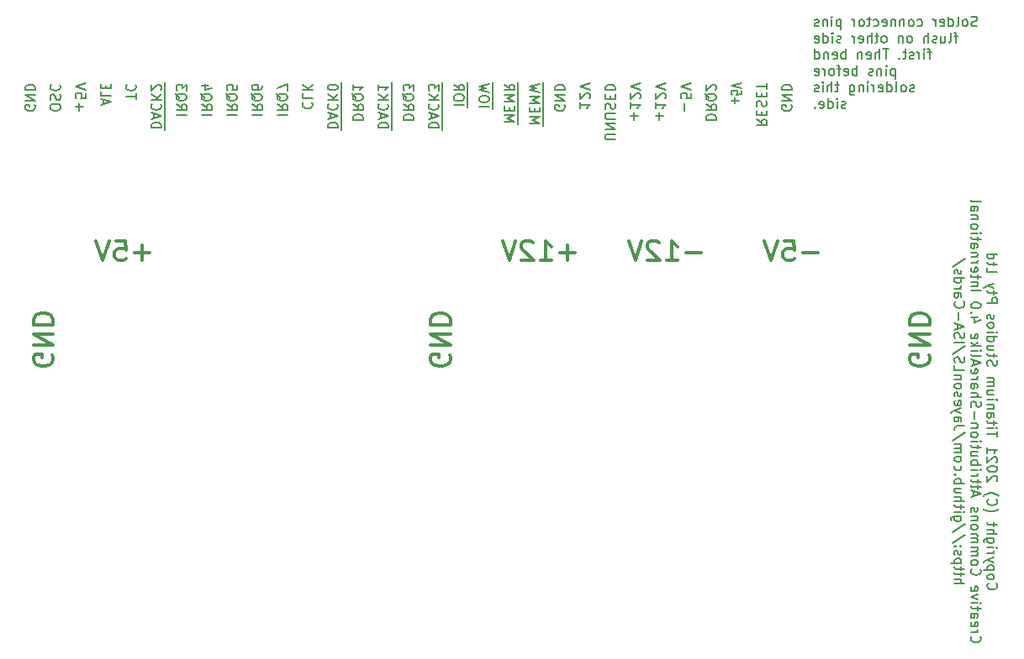
<source format=gbo>
%TF.GenerationSoftware,KiCad,Pcbnew,(5.1.9)-1*%
%TF.CreationDate,2021-05-05T16:31:56+08:00*%
%TF.ProjectId,Riser,52697365-722e-46b6-9963-61645f706362,rev?*%
%TF.SameCoordinates,Original*%
%TF.FileFunction,Legend,Bot*%
%TF.FilePolarity,Positive*%
%FSLAX46Y46*%
G04 Gerber Fmt 4.6, Leading zero omitted, Abs format (unit mm)*
G04 Created by KiCad (PCBNEW (5.1.9)-1) date 2021-05-05 16:31:56*
%MOMM*%
%LPD*%
G01*
G04 APERTURE LIST*
%ADD10C,0.150000*%
%ADD11C,0.300000*%
G04 APERTURE END LIST*
D10*
X194332857Y-100764523D02*
X194285238Y-100812142D01*
X194237619Y-100955000D01*
X194237619Y-101050238D01*
X194285238Y-101193095D01*
X194380476Y-101288333D01*
X194475714Y-101335952D01*
X194666190Y-101383571D01*
X194809047Y-101383571D01*
X194999523Y-101335952D01*
X195094761Y-101288333D01*
X195190000Y-101193095D01*
X195237619Y-101050238D01*
X195237619Y-100955000D01*
X195190000Y-100812142D01*
X195142380Y-100764523D01*
X194237619Y-100193095D02*
X194285238Y-100288333D01*
X194332857Y-100335952D01*
X194428095Y-100383571D01*
X194713809Y-100383571D01*
X194809047Y-100335952D01*
X194856666Y-100288333D01*
X194904285Y-100193095D01*
X194904285Y-100050238D01*
X194856666Y-99955000D01*
X194809047Y-99907380D01*
X194713809Y-99859761D01*
X194428095Y-99859761D01*
X194332857Y-99907380D01*
X194285238Y-99955000D01*
X194237619Y-100050238D01*
X194237619Y-100193095D01*
X194904285Y-99431190D02*
X193904285Y-99431190D01*
X194856666Y-99431190D02*
X194904285Y-99335952D01*
X194904285Y-99145476D01*
X194856666Y-99050238D01*
X194809047Y-99002619D01*
X194713809Y-98955000D01*
X194428095Y-98955000D01*
X194332857Y-99002619D01*
X194285238Y-99050238D01*
X194237619Y-99145476D01*
X194237619Y-99335952D01*
X194285238Y-99431190D01*
X194904285Y-98621666D02*
X194237619Y-98383571D01*
X194904285Y-98145476D02*
X194237619Y-98383571D01*
X193999523Y-98478809D01*
X193951904Y-98526428D01*
X193904285Y-98621666D01*
X194237619Y-97764523D02*
X194904285Y-97764523D01*
X194713809Y-97764523D02*
X194809047Y-97716904D01*
X194856666Y-97669285D01*
X194904285Y-97574047D01*
X194904285Y-97478809D01*
X194237619Y-97145476D02*
X194904285Y-97145476D01*
X195237619Y-97145476D02*
X195190000Y-97193095D01*
X195142380Y-97145476D01*
X195190000Y-97097857D01*
X195237619Y-97145476D01*
X195142380Y-97145476D01*
X194904285Y-96240714D02*
X194094761Y-96240714D01*
X193999523Y-96288333D01*
X193951904Y-96335952D01*
X193904285Y-96431190D01*
X193904285Y-96574047D01*
X193951904Y-96669285D01*
X194285238Y-96240714D02*
X194237619Y-96335952D01*
X194237619Y-96526428D01*
X194285238Y-96621666D01*
X194332857Y-96669285D01*
X194428095Y-96716904D01*
X194713809Y-96716904D01*
X194809047Y-96669285D01*
X194856666Y-96621666D01*
X194904285Y-96526428D01*
X194904285Y-96335952D01*
X194856666Y-96240714D01*
X194237619Y-95764523D02*
X195237619Y-95764523D01*
X194237619Y-95335952D02*
X194761428Y-95335952D01*
X194856666Y-95383571D01*
X194904285Y-95478809D01*
X194904285Y-95621666D01*
X194856666Y-95716904D01*
X194809047Y-95764523D01*
X194904285Y-95002619D02*
X194904285Y-94621666D01*
X195237619Y-94859761D02*
X194380476Y-94859761D01*
X194285238Y-94812142D01*
X194237619Y-94716904D01*
X194237619Y-94621666D01*
X193856666Y-93240714D02*
X193904285Y-93288333D01*
X194047142Y-93383571D01*
X194142380Y-93431190D01*
X194285238Y-93478809D01*
X194523333Y-93526428D01*
X194713809Y-93526428D01*
X194951904Y-93478809D01*
X195094761Y-93431190D01*
X195190000Y-93383571D01*
X195332857Y-93288333D01*
X195380476Y-93240714D01*
X194332857Y-92288333D02*
X194285238Y-92335952D01*
X194237619Y-92478809D01*
X194237619Y-92574047D01*
X194285238Y-92716904D01*
X194380476Y-92812142D01*
X194475714Y-92859761D01*
X194666190Y-92907380D01*
X194809047Y-92907380D01*
X194999523Y-92859761D01*
X195094761Y-92812142D01*
X195190000Y-92716904D01*
X195237619Y-92574047D01*
X195237619Y-92478809D01*
X195190000Y-92335952D01*
X195142380Y-92288333D01*
X193856666Y-91955000D02*
X193904285Y-91907380D01*
X194047142Y-91812142D01*
X194142380Y-91764523D01*
X194285238Y-91716904D01*
X194523333Y-91669285D01*
X194713809Y-91669285D01*
X194951904Y-91716904D01*
X195094761Y-91764523D01*
X195190000Y-91812142D01*
X195332857Y-91907380D01*
X195380476Y-91955000D01*
X195142380Y-90478809D02*
X195190000Y-90431190D01*
X195237619Y-90335952D01*
X195237619Y-90097857D01*
X195190000Y-90002619D01*
X195142380Y-89955000D01*
X195047142Y-89907380D01*
X194951904Y-89907380D01*
X194809047Y-89955000D01*
X194237619Y-90526428D01*
X194237619Y-89907380D01*
X195237619Y-89288333D02*
X195237619Y-89193095D01*
X195190000Y-89097857D01*
X195142380Y-89050238D01*
X195047142Y-89002619D01*
X194856666Y-88955000D01*
X194618571Y-88955000D01*
X194428095Y-89002619D01*
X194332857Y-89050238D01*
X194285238Y-89097857D01*
X194237619Y-89193095D01*
X194237619Y-89288333D01*
X194285238Y-89383571D01*
X194332857Y-89431190D01*
X194428095Y-89478809D01*
X194618571Y-89526428D01*
X194856666Y-89526428D01*
X195047142Y-89478809D01*
X195142380Y-89431190D01*
X195190000Y-89383571D01*
X195237619Y-89288333D01*
X195142380Y-88574047D02*
X195190000Y-88526428D01*
X195237619Y-88431190D01*
X195237619Y-88193095D01*
X195190000Y-88097857D01*
X195142380Y-88050238D01*
X195047142Y-88002619D01*
X194951904Y-88002619D01*
X194809047Y-88050238D01*
X194237619Y-88621666D01*
X194237619Y-88002619D01*
X194237619Y-87050238D02*
X194237619Y-87621666D01*
X194237619Y-87335952D02*
X195237619Y-87335952D01*
X195094761Y-87431190D01*
X194999523Y-87526428D01*
X194951904Y-87621666D01*
X195237619Y-86002619D02*
X195237619Y-85431190D01*
X194237619Y-85716904D02*
X195237619Y-85716904D01*
X194237619Y-85097857D02*
X194904285Y-85097857D01*
X195237619Y-85097857D02*
X195190000Y-85145476D01*
X195142380Y-85097857D01*
X195190000Y-85050238D01*
X195237619Y-85097857D01*
X195142380Y-85097857D01*
X194904285Y-84764523D02*
X194904285Y-84383571D01*
X195237619Y-84621666D02*
X194380476Y-84621666D01*
X194285238Y-84574047D01*
X194237619Y-84478809D01*
X194237619Y-84383571D01*
X194237619Y-83621666D02*
X194761428Y-83621666D01*
X194856666Y-83669285D01*
X194904285Y-83764523D01*
X194904285Y-83955000D01*
X194856666Y-84050238D01*
X194285238Y-83621666D02*
X194237619Y-83716904D01*
X194237619Y-83955000D01*
X194285238Y-84050238D01*
X194380476Y-84097857D01*
X194475714Y-84097857D01*
X194570952Y-84050238D01*
X194618571Y-83955000D01*
X194618571Y-83716904D01*
X194666190Y-83621666D01*
X194904285Y-83145476D02*
X194237619Y-83145476D01*
X194809047Y-83145476D02*
X194856666Y-83097857D01*
X194904285Y-83002619D01*
X194904285Y-82859761D01*
X194856666Y-82764523D01*
X194761428Y-82716904D01*
X194237619Y-82716904D01*
X194237619Y-82240714D02*
X194904285Y-82240714D01*
X195237619Y-82240714D02*
X195190000Y-82288333D01*
X195142380Y-82240714D01*
X195190000Y-82193095D01*
X195237619Y-82240714D01*
X195142380Y-82240714D01*
X194904285Y-81335952D02*
X194237619Y-81335952D01*
X194904285Y-81764523D02*
X194380476Y-81764523D01*
X194285238Y-81716904D01*
X194237619Y-81621666D01*
X194237619Y-81478809D01*
X194285238Y-81383571D01*
X194332857Y-81335952D01*
X194237619Y-80859761D02*
X194904285Y-80859761D01*
X194809047Y-80859761D02*
X194856666Y-80812142D01*
X194904285Y-80716904D01*
X194904285Y-80574047D01*
X194856666Y-80478809D01*
X194761428Y-80431190D01*
X194237619Y-80431190D01*
X194761428Y-80431190D02*
X194856666Y-80383571D01*
X194904285Y-80288333D01*
X194904285Y-80145476D01*
X194856666Y-80050238D01*
X194761428Y-80002619D01*
X194237619Y-80002619D01*
X194285238Y-78812142D02*
X194237619Y-78669285D01*
X194237619Y-78431190D01*
X194285238Y-78335952D01*
X194332857Y-78288333D01*
X194428095Y-78240714D01*
X194523333Y-78240714D01*
X194618571Y-78288333D01*
X194666190Y-78335952D01*
X194713809Y-78431190D01*
X194761428Y-78621666D01*
X194809047Y-78716904D01*
X194856666Y-78764523D01*
X194951904Y-78812142D01*
X195047142Y-78812142D01*
X195142380Y-78764523D01*
X195190000Y-78716904D01*
X195237619Y-78621666D01*
X195237619Y-78383571D01*
X195190000Y-78240714D01*
X194904285Y-77955000D02*
X194904285Y-77574047D01*
X195237619Y-77812142D02*
X194380476Y-77812142D01*
X194285238Y-77764523D01*
X194237619Y-77669285D01*
X194237619Y-77574047D01*
X194904285Y-76812142D02*
X194237619Y-76812142D01*
X194904285Y-77240714D02*
X194380476Y-77240714D01*
X194285238Y-77193095D01*
X194237619Y-77097857D01*
X194237619Y-76955000D01*
X194285238Y-76859761D01*
X194332857Y-76812142D01*
X194237619Y-75907380D02*
X195237619Y-75907380D01*
X194285238Y-75907380D02*
X194237619Y-76002619D01*
X194237619Y-76193095D01*
X194285238Y-76288333D01*
X194332857Y-76335952D01*
X194428095Y-76383571D01*
X194713809Y-76383571D01*
X194809047Y-76335952D01*
X194856666Y-76288333D01*
X194904285Y-76193095D01*
X194904285Y-76002619D01*
X194856666Y-75907380D01*
X194237619Y-75431190D02*
X194904285Y-75431190D01*
X195237619Y-75431190D02*
X195190000Y-75478809D01*
X195142380Y-75431190D01*
X195190000Y-75383571D01*
X195237619Y-75431190D01*
X195142380Y-75431190D01*
X194237619Y-74812142D02*
X194285238Y-74907380D01*
X194332857Y-74955000D01*
X194428095Y-75002619D01*
X194713809Y-75002619D01*
X194809047Y-74955000D01*
X194856666Y-74907380D01*
X194904285Y-74812142D01*
X194904285Y-74669285D01*
X194856666Y-74574047D01*
X194809047Y-74526428D01*
X194713809Y-74478809D01*
X194428095Y-74478809D01*
X194332857Y-74526428D01*
X194285238Y-74574047D01*
X194237619Y-74669285D01*
X194237619Y-74812142D01*
X194285238Y-74097857D02*
X194237619Y-74002619D01*
X194237619Y-73812142D01*
X194285238Y-73716904D01*
X194380476Y-73669285D01*
X194428095Y-73669285D01*
X194523333Y-73716904D01*
X194570952Y-73812142D01*
X194570952Y-73955000D01*
X194618571Y-74050238D01*
X194713809Y-74097857D01*
X194761428Y-74097857D01*
X194856666Y-74050238D01*
X194904285Y-73955000D01*
X194904285Y-73812142D01*
X194856666Y-73716904D01*
X194237619Y-72478809D02*
X195237619Y-72478809D01*
X195237619Y-72097857D01*
X195190000Y-72002619D01*
X195142380Y-71955000D01*
X195047142Y-71907380D01*
X194904285Y-71907380D01*
X194809047Y-71955000D01*
X194761428Y-72002619D01*
X194713809Y-72097857D01*
X194713809Y-72478809D01*
X194904285Y-71621666D02*
X194904285Y-71240714D01*
X195237619Y-71478809D02*
X194380476Y-71478809D01*
X194285238Y-71431190D01*
X194237619Y-71335952D01*
X194237619Y-71240714D01*
X194904285Y-71002619D02*
X194237619Y-70764523D01*
X194904285Y-70526428D02*
X194237619Y-70764523D01*
X193999523Y-70859761D01*
X193951904Y-70907380D01*
X193904285Y-71002619D01*
X194237619Y-68907380D02*
X194237619Y-69383571D01*
X195237619Y-69383571D01*
X194904285Y-68716904D02*
X194904285Y-68335952D01*
X195237619Y-68574047D02*
X194380476Y-68574047D01*
X194285238Y-68526428D01*
X194237619Y-68431190D01*
X194237619Y-68335952D01*
X194237619Y-67574047D02*
X195237619Y-67574047D01*
X194285238Y-67574047D02*
X194237619Y-67669285D01*
X194237619Y-67859761D01*
X194285238Y-67955000D01*
X194332857Y-68002619D01*
X194428095Y-68050238D01*
X194713809Y-68050238D01*
X194809047Y-68002619D01*
X194856666Y-67955000D01*
X194904285Y-67859761D01*
X194904285Y-67669285D01*
X194856666Y-67574047D01*
X192682857Y-106121666D02*
X192635238Y-106169285D01*
X192587619Y-106312142D01*
X192587619Y-106407380D01*
X192635238Y-106550238D01*
X192730476Y-106645476D01*
X192825714Y-106693095D01*
X193016190Y-106740714D01*
X193159047Y-106740714D01*
X193349523Y-106693095D01*
X193444761Y-106645476D01*
X193540000Y-106550238D01*
X193587619Y-106407380D01*
X193587619Y-106312142D01*
X193540000Y-106169285D01*
X193492380Y-106121666D01*
X192587619Y-105693095D02*
X193254285Y-105693095D01*
X193063809Y-105693095D02*
X193159047Y-105645476D01*
X193206666Y-105597857D01*
X193254285Y-105502619D01*
X193254285Y-105407380D01*
X192635238Y-104693095D02*
X192587619Y-104788333D01*
X192587619Y-104978809D01*
X192635238Y-105074047D01*
X192730476Y-105121666D01*
X193111428Y-105121666D01*
X193206666Y-105074047D01*
X193254285Y-104978809D01*
X193254285Y-104788333D01*
X193206666Y-104693095D01*
X193111428Y-104645476D01*
X193016190Y-104645476D01*
X192920952Y-105121666D01*
X192587619Y-103788333D02*
X193111428Y-103788333D01*
X193206666Y-103835952D01*
X193254285Y-103931190D01*
X193254285Y-104121666D01*
X193206666Y-104216904D01*
X192635238Y-103788333D02*
X192587619Y-103883571D01*
X192587619Y-104121666D01*
X192635238Y-104216904D01*
X192730476Y-104264523D01*
X192825714Y-104264523D01*
X192920952Y-104216904D01*
X192968571Y-104121666D01*
X192968571Y-103883571D01*
X193016190Y-103788333D01*
X193254285Y-103455000D02*
X193254285Y-103074047D01*
X193587619Y-103312142D02*
X192730476Y-103312142D01*
X192635238Y-103264523D01*
X192587619Y-103169285D01*
X192587619Y-103074047D01*
X192587619Y-102740714D02*
X193254285Y-102740714D01*
X193587619Y-102740714D02*
X193540000Y-102788333D01*
X193492380Y-102740714D01*
X193540000Y-102693095D01*
X193587619Y-102740714D01*
X193492380Y-102740714D01*
X193254285Y-102359761D02*
X192587619Y-102121666D01*
X193254285Y-101883571D01*
X192635238Y-101121666D02*
X192587619Y-101216904D01*
X192587619Y-101407380D01*
X192635238Y-101502619D01*
X192730476Y-101550238D01*
X193111428Y-101550238D01*
X193206666Y-101502619D01*
X193254285Y-101407380D01*
X193254285Y-101216904D01*
X193206666Y-101121666D01*
X193111428Y-101074047D01*
X193016190Y-101074047D01*
X192920952Y-101550238D01*
X192682857Y-99312142D02*
X192635238Y-99359761D01*
X192587619Y-99502619D01*
X192587619Y-99597857D01*
X192635238Y-99740714D01*
X192730476Y-99835952D01*
X192825714Y-99883571D01*
X193016190Y-99931190D01*
X193159047Y-99931190D01*
X193349523Y-99883571D01*
X193444761Y-99835952D01*
X193540000Y-99740714D01*
X193587619Y-99597857D01*
X193587619Y-99502619D01*
X193540000Y-99359761D01*
X193492380Y-99312142D01*
X192587619Y-98740714D02*
X192635238Y-98835952D01*
X192682857Y-98883571D01*
X192778095Y-98931190D01*
X193063809Y-98931190D01*
X193159047Y-98883571D01*
X193206666Y-98835952D01*
X193254285Y-98740714D01*
X193254285Y-98597857D01*
X193206666Y-98502619D01*
X193159047Y-98455000D01*
X193063809Y-98407380D01*
X192778095Y-98407380D01*
X192682857Y-98455000D01*
X192635238Y-98502619D01*
X192587619Y-98597857D01*
X192587619Y-98740714D01*
X192587619Y-97978809D02*
X193254285Y-97978809D01*
X193159047Y-97978809D02*
X193206666Y-97931190D01*
X193254285Y-97835952D01*
X193254285Y-97693095D01*
X193206666Y-97597857D01*
X193111428Y-97550238D01*
X192587619Y-97550238D01*
X193111428Y-97550238D02*
X193206666Y-97502619D01*
X193254285Y-97407380D01*
X193254285Y-97264523D01*
X193206666Y-97169285D01*
X193111428Y-97121666D01*
X192587619Y-97121666D01*
X192587619Y-96645476D02*
X193254285Y-96645476D01*
X193159047Y-96645476D02*
X193206666Y-96597857D01*
X193254285Y-96502619D01*
X193254285Y-96359761D01*
X193206666Y-96264523D01*
X193111428Y-96216904D01*
X192587619Y-96216904D01*
X193111428Y-96216904D02*
X193206666Y-96169285D01*
X193254285Y-96074047D01*
X193254285Y-95931190D01*
X193206666Y-95835952D01*
X193111428Y-95788333D01*
X192587619Y-95788333D01*
X192587619Y-95169285D02*
X192635238Y-95264523D01*
X192682857Y-95312142D01*
X192778095Y-95359761D01*
X193063809Y-95359761D01*
X193159047Y-95312142D01*
X193206666Y-95264523D01*
X193254285Y-95169285D01*
X193254285Y-95026428D01*
X193206666Y-94931190D01*
X193159047Y-94883571D01*
X193063809Y-94835952D01*
X192778095Y-94835952D01*
X192682857Y-94883571D01*
X192635238Y-94931190D01*
X192587619Y-95026428D01*
X192587619Y-95169285D01*
X193254285Y-94407380D02*
X192587619Y-94407380D01*
X193159047Y-94407380D02*
X193206666Y-94359761D01*
X193254285Y-94264523D01*
X193254285Y-94121666D01*
X193206666Y-94026428D01*
X193111428Y-93978809D01*
X192587619Y-93978809D01*
X192635238Y-93550238D02*
X192587619Y-93454999D01*
X192587619Y-93264523D01*
X192635238Y-93169285D01*
X192730476Y-93121666D01*
X192778095Y-93121666D01*
X192873333Y-93169285D01*
X192920952Y-93264523D01*
X192920952Y-93407380D01*
X192968571Y-93502619D01*
X193063809Y-93550238D01*
X193111428Y-93550238D01*
X193206666Y-93502619D01*
X193254285Y-93407380D01*
X193254285Y-93264523D01*
X193206666Y-93169285D01*
X192873333Y-91978809D02*
X192873333Y-91502619D01*
X192587619Y-92074047D02*
X193587619Y-91740714D01*
X192587619Y-91407380D01*
X193254285Y-91216904D02*
X193254285Y-90835952D01*
X193587619Y-91074047D02*
X192730476Y-91074047D01*
X192635238Y-91026428D01*
X192587619Y-90931190D01*
X192587619Y-90835952D01*
X193254285Y-90645476D02*
X193254285Y-90264523D01*
X193587619Y-90502619D02*
X192730476Y-90502619D01*
X192635238Y-90454999D01*
X192587619Y-90359761D01*
X192587619Y-90264523D01*
X192587619Y-89931190D02*
X193254285Y-89931190D01*
X193063809Y-89931190D02*
X193159047Y-89883571D01*
X193206666Y-89835952D01*
X193254285Y-89740714D01*
X193254285Y-89645476D01*
X192587619Y-89312142D02*
X193254285Y-89312142D01*
X193587619Y-89312142D02*
X193540000Y-89359761D01*
X193492380Y-89312142D01*
X193540000Y-89264523D01*
X193587619Y-89312142D01*
X193492380Y-89312142D01*
X192587619Y-88835952D02*
X193587619Y-88835952D01*
X193206666Y-88835952D02*
X193254285Y-88740714D01*
X193254285Y-88550238D01*
X193206666Y-88454999D01*
X193159047Y-88407380D01*
X193063809Y-88359761D01*
X192778095Y-88359761D01*
X192682857Y-88407380D01*
X192635238Y-88454999D01*
X192587619Y-88550238D01*
X192587619Y-88740714D01*
X192635238Y-88835952D01*
X193254285Y-87502619D02*
X192587619Y-87502619D01*
X193254285Y-87931190D02*
X192730476Y-87931190D01*
X192635238Y-87883571D01*
X192587619Y-87788333D01*
X192587619Y-87645476D01*
X192635238Y-87550238D01*
X192682857Y-87502619D01*
X193254285Y-87169285D02*
X193254285Y-86788333D01*
X193587619Y-87026428D02*
X192730476Y-87026428D01*
X192635238Y-86978809D01*
X192587619Y-86883571D01*
X192587619Y-86788333D01*
X192587619Y-86455000D02*
X193254285Y-86455000D01*
X193587619Y-86455000D02*
X193540000Y-86502619D01*
X193492380Y-86455000D01*
X193540000Y-86407380D01*
X193587619Y-86455000D01*
X193492380Y-86455000D01*
X192587619Y-85835952D02*
X192635238Y-85931190D01*
X192682857Y-85978809D01*
X192778095Y-86026428D01*
X193063809Y-86026428D01*
X193159047Y-85978809D01*
X193206666Y-85931190D01*
X193254285Y-85835952D01*
X193254285Y-85693095D01*
X193206666Y-85597857D01*
X193159047Y-85550238D01*
X193063809Y-85502619D01*
X192778095Y-85502619D01*
X192682857Y-85550238D01*
X192635238Y-85597857D01*
X192587619Y-85693095D01*
X192587619Y-85835952D01*
X193254285Y-85074047D02*
X192587619Y-85074047D01*
X193159047Y-85074047D02*
X193206666Y-85026428D01*
X193254285Y-84931190D01*
X193254285Y-84788333D01*
X193206666Y-84693095D01*
X193111428Y-84645476D01*
X192587619Y-84645476D01*
X192968571Y-84169285D02*
X192968571Y-83407380D01*
X192635238Y-82978809D02*
X192587619Y-82835952D01*
X192587619Y-82597857D01*
X192635238Y-82502619D01*
X192682857Y-82455000D01*
X192778095Y-82407380D01*
X192873333Y-82407380D01*
X192968571Y-82455000D01*
X193016190Y-82502619D01*
X193063809Y-82597857D01*
X193111428Y-82788333D01*
X193159047Y-82883571D01*
X193206666Y-82931190D01*
X193301904Y-82978809D01*
X193397142Y-82978809D01*
X193492380Y-82931190D01*
X193540000Y-82883571D01*
X193587619Y-82788333D01*
X193587619Y-82550238D01*
X193540000Y-82407380D01*
X192587619Y-81978809D02*
X193587619Y-81978809D01*
X192587619Y-81550238D02*
X193111428Y-81550238D01*
X193206666Y-81597857D01*
X193254285Y-81693095D01*
X193254285Y-81835952D01*
X193206666Y-81931190D01*
X193159047Y-81978809D01*
X192587619Y-80645476D02*
X193111428Y-80645476D01*
X193206666Y-80693095D01*
X193254285Y-80788333D01*
X193254285Y-80978809D01*
X193206666Y-81074047D01*
X192635238Y-80645476D02*
X192587619Y-80740714D01*
X192587619Y-80978809D01*
X192635238Y-81074047D01*
X192730476Y-81121666D01*
X192825714Y-81121666D01*
X192920952Y-81074047D01*
X192968571Y-80978809D01*
X192968571Y-80740714D01*
X193016190Y-80645476D01*
X192587619Y-80169285D02*
X193254285Y-80169285D01*
X193063809Y-80169285D02*
X193159047Y-80121666D01*
X193206666Y-80074047D01*
X193254285Y-79978809D01*
X193254285Y-79883571D01*
X192635238Y-79169285D02*
X192587619Y-79264523D01*
X192587619Y-79455000D01*
X192635238Y-79550238D01*
X192730476Y-79597857D01*
X193111428Y-79597857D01*
X193206666Y-79550238D01*
X193254285Y-79455000D01*
X193254285Y-79264523D01*
X193206666Y-79169285D01*
X193111428Y-79121666D01*
X193016190Y-79121666D01*
X192920952Y-79597857D01*
X192873333Y-78740714D02*
X192873333Y-78264523D01*
X192587619Y-78835952D02*
X193587619Y-78502619D01*
X192587619Y-78169285D01*
X192587619Y-77693095D02*
X192635238Y-77788333D01*
X192730476Y-77835952D01*
X193587619Y-77835952D01*
X192587619Y-77312142D02*
X193254285Y-77312142D01*
X193587619Y-77312142D02*
X193540000Y-77359761D01*
X193492380Y-77312142D01*
X193540000Y-77264523D01*
X193587619Y-77312142D01*
X193492380Y-77312142D01*
X192587619Y-76835952D02*
X193587619Y-76835952D01*
X192968571Y-76740714D02*
X192587619Y-76455000D01*
X193254285Y-76455000D02*
X192873333Y-76835952D01*
X192635238Y-75645476D02*
X192587619Y-75740714D01*
X192587619Y-75931190D01*
X192635238Y-76026428D01*
X192730476Y-76074047D01*
X193111428Y-76074047D01*
X193206666Y-76026428D01*
X193254285Y-75931190D01*
X193254285Y-75740714D01*
X193206666Y-75645476D01*
X193111428Y-75597857D01*
X193016190Y-75597857D01*
X192920952Y-76074047D01*
X193254285Y-73978809D02*
X192587619Y-73978809D01*
X193635238Y-74216904D02*
X192920952Y-74455000D01*
X192920952Y-73835952D01*
X192682857Y-73455000D02*
X192635238Y-73407380D01*
X192587619Y-73455000D01*
X192635238Y-73502619D01*
X192682857Y-73455000D01*
X192587619Y-73455000D01*
X193587619Y-72788333D02*
X193587619Y-72693095D01*
X193540000Y-72597857D01*
X193492380Y-72550238D01*
X193397142Y-72502619D01*
X193206666Y-72455000D01*
X192968571Y-72455000D01*
X192778095Y-72502619D01*
X192682857Y-72550238D01*
X192635238Y-72597857D01*
X192587619Y-72693095D01*
X192587619Y-72788333D01*
X192635238Y-72883571D01*
X192682857Y-72931190D01*
X192778095Y-72978809D01*
X192968571Y-73026428D01*
X193206666Y-73026428D01*
X193397142Y-72978809D01*
X193492380Y-72931190D01*
X193540000Y-72883571D01*
X193587619Y-72788333D01*
X192587619Y-71264523D02*
X193587619Y-71264523D01*
X193254285Y-70788333D02*
X192587619Y-70788333D01*
X193159047Y-70788333D02*
X193206666Y-70740714D01*
X193254285Y-70645476D01*
X193254285Y-70502619D01*
X193206666Y-70407380D01*
X193111428Y-70359761D01*
X192587619Y-70359761D01*
X193254285Y-70026428D02*
X193254285Y-69645476D01*
X193587619Y-69883571D02*
X192730476Y-69883571D01*
X192635238Y-69835952D01*
X192587619Y-69740714D01*
X192587619Y-69645476D01*
X192635238Y-68931190D02*
X192587619Y-69026428D01*
X192587619Y-69216904D01*
X192635238Y-69312142D01*
X192730476Y-69359761D01*
X193111428Y-69359761D01*
X193206666Y-69312142D01*
X193254285Y-69216904D01*
X193254285Y-69026428D01*
X193206666Y-68931190D01*
X193111428Y-68883571D01*
X193016190Y-68883571D01*
X192920952Y-69359761D01*
X192587619Y-68455000D02*
X193254285Y-68455000D01*
X193063809Y-68455000D02*
X193159047Y-68407380D01*
X193206666Y-68359761D01*
X193254285Y-68264523D01*
X193254285Y-68169285D01*
X193254285Y-67835952D02*
X192587619Y-67835952D01*
X193159047Y-67835952D02*
X193206666Y-67788333D01*
X193254285Y-67693095D01*
X193254285Y-67550238D01*
X193206666Y-67455000D01*
X193111428Y-67407380D01*
X192587619Y-67407380D01*
X192587619Y-66502619D02*
X193111428Y-66502619D01*
X193206666Y-66550238D01*
X193254285Y-66645476D01*
X193254285Y-66835952D01*
X193206666Y-66931190D01*
X192635238Y-66502619D02*
X192587619Y-66597857D01*
X192587619Y-66835952D01*
X192635238Y-66931190D01*
X192730476Y-66978809D01*
X192825714Y-66978809D01*
X192920952Y-66931190D01*
X192968571Y-66835952D01*
X192968571Y-66597857D01*
X193016190Y-66502619D01*
X193254285Y-66169285D02*
X193254285Y-65788333D01*
X193587619Y-66026428D02*
X192730476Y-66026428D01*
X192635238Y-65978809D01*
X192587619Y-65883571D01*
X192587619Y-65788333D01*
X192587619Y-65455000D02*
X193254285Y-65455000D01*
X193587619Y-65455000D02*
X193540000Y-65502619D01*
X193492380Y-65455000D01*
X193540000Y-65407380D01*
X193587619Y-65455000D01*
X193492380Y-65455000D01*
X192587619Y-64835952D02*
X192635238Y-64931190D01*
X192682857Y-64978809D01*
X192778095Y-65026428D01*
X193063809Y-65026428D01*
X193159047Y-64978809D01*
X193206666Y-64931190D01*
X193254285Y-64835952D01*
X193254285Y-64693095D01*
X193206666Y-64597857D01*
X193159047Y-64550238D01*
X193063809Y-64502619D01*
X192778095Y-64502619D01*
X192682857Y-64550238D01*
X192635238Y-64597857D01*
X192587619Y-64693095D01*
X192587619Y-64835952D01*
X193254285Y-64074047D02*
X192587619Y-64074047D01*
X193159047Y-64074047D02*
X193206666Y-64026428D01*
X193254285Y-63931190D01*
X193254285Y-63788333D01*
X193206666Y-63693095D01*
X193111428Y-63645476D01*
X192587619Y-63645476D01*
X192587619Y-62740714D02*
X193111428Y-62740714D01*
X193206666Y-62788333D01*
X193254285Y-62883571D01*
X193254285Y-63074047D01*
X193206666Y-63169285D01*
X192635238Y-62740714D02*
X192587619Y-62835952D01*
X192587619Y-63074047D01*
X192635238Y-63169285D01*
X192730476Y-63216904D01*
X192825714Y-63216904D01*
X192920952Y-63169285D01*
X192968571Y-63074047D01*
X192968571Y-62835952D01*
X193016190Y-62740714D01*
X192587619Y-62121666D02*
X192635238Y-62216904D01*
X192730476Y-62264523D01*
X193587619Y-62264523D01*
X190937619Y-100788333D02*
X191937619Y-100788333D01*
X190937619Y-100359761D02*
X191461428Y-100359761D01*
X191556666Y-100407380D01*
X191604285Y-100502619D01*
X191604285Y-100645476D01*
X191556666Y-100740714D01*
X191509047Y-100788333D01*
X191604285Y-100026428D02*
X191604285Y-99645476D01*
X191937619Y-99883571D02*
X191080476Y-99883571D01*
X190985238Y-99835952D01*
X190937619Y-99740714D01*
X190937619Y-99645476D01*
X191604285Y-99455000D02*
X191604285Y-99074047D01*
X191937619Y-99312142D02*
X191080476Y-99312142D01*
X190985238Y-99264523D01*
X190937619Y-99169285D01*
X190937619Y-99074047D01*
X191604285Y-98740714D02*
X190604285Y-98740714D01*
X191556666Y-98740714D02*
X191604285Y-98645476D01*
X191604285Y-98455000D01*
X191556666Y-98359761D01*
X191509047Y-98312142D01*
X191413809Y-98264523D01*
X191128095Y-98264523D01*
X191032857Y-98312142D01*
X190985238Y-98359761D01*
X190937619Y-98455000D01*
X190937619Y-98645476D01*
X190985238Y-98740714D01*
X190985238Y-97883571D02*
X190937619Y-97788333D01*
X190937619Y-97597857D01*
X190985238Y-97502619D01*
X191080476Y-97455000D01*
X191128095Y-97455000D01*
X191223333Y-97502619D01*
X191270952Y-97597857D01*
X191270952Y-97740714D01*
X191318571Y-97835952D01*
X191413809Y-97883571D01*
X191461428Y-97883571D01*
X191556666Y-97835952D01*
X191604285Y-97740714D01*
X191604285Y-97597857D01*
X191556666Y-97502619D01*
X191032857Y-97026428D02*
X190985238Y-96978809D01*
X190937619Y-97026428D01*
X190985238Y-97074047D01*
X191032857Y-97026428D01*
X190937619Y-97026428D01*
X191556666Y-97026428D02*
X191509047Y-96978809D01*
X191461428Y-97026428D01*
X191509047Y-97074047D01*
X191556666Y-97026428D01*
X191461428Y-97026428D01*
X191985238Y-95835952D02*
X190699523Y-96693095D01*
X191985238Y-94788333D02*
X190699523Y-95645476D01*
X191604285Y-94026428D02*
X190794761Y-94026428D01*
X190699523Y-94074047D01*
X190651904Y-94121666D01*
X190604285Y-94216904D01*
X190604285Y-94359761D01*
X190651904Y-94455000D01*
X190985238Y-94026428D02*
X190937619Y-94121666D01*
X190937619Y-94312142D01*
X190985238Y-94407380D01*
X191032857Y-94455000D01*
X191128095Y-94502619D01*
X191413809Y-94502619D01*
X191509047Y-94455000D01*
X191556666Y-94407380D01*
X191604285Y-94312142D01*
X191604285Y-94121666D01*
X191556666Y-94026428D01*
X190937619Y-93550238D02*
X191604285Y-93550238D01*
X191937619Y-93550238D02*
X191890000Y-93597857D01*
X191842380Y-93550238D01*
X191890000Y-93502619D01*
X191937619Y-93550238D01*
X191842380Y-93550238D01*
X191604285Y-93216904D02*
X191604285Y-92835952D01*
X191937619Y-93074047D02*
X191080476Y-93074047D01*
X190985238Y-93026428D01*
X190937619Y-92931190D01*
X190937619Y-92835952D01*
X190937619Y-92502619D02*
X191937619Y-92502619D01*
X190937619Y-92074047D02*
X191461428Y-92074047D01*
X191556666Y-92121666D01*
X191604285Y-92216904D01*
X191604285Y-92359761D01*
X191556666Y-92455000D01*
X191509047Y-92502619D01*
X191604285Y-91169285D02*
X190937619Y-91169285D01*
X191604285Y-91597857D02*
X191080476Y-91597857D01*
X190985238Y-91550238D01*
X190937619Y-91455000D01*
X190937619Y-91312142D01*
X190985238Y-91216904D01*
X191032857Y-91169285D01*
X190937619Y-90693095D02*
X191937619Y-90693095D01*
X191556666Y-90693095D02*
X191604285Y-90597857D01*
X191604285Y-90407380D01*
X191556666Y-90312142D01*
X191509047Y-90264523D01*
X191413809Y-90216904D01*
X191128095Y-90216904D01*
X191032857Y-90264523D01*
X190985238Y-90312142D01*
X190937619Y-90407380D01*
X190937619Y-90597857D01*
X190985238Y-90693095D01*
X191032857Y-89788333D02*
X190985238Y-89740714D01*
X190937619Y-89788333D01*
X190985238Y-89835952D01*
X191032857Y-89788333D01*
X190937619Y-89788333D01*
X190985238Y-88883571D02*
X190937619Y-88978809D01*
X190937619Y-89169285D01*
X190985238Y-89264523D01*
X191032857Y-89312142D01*
X191128095Y-89359761D01*
X191413809Y-89359761D01*
X191509047Y-89312142D01*
X191556666Y-89264523D01*
X191604285Y-89169285D01*
X191604285Y-88978809D01*
X191556666Y-88883571D01*
X190937619Y-88312142D02*
X190985238Y-88407380D01*
X191032857Y-88455000D01*
X191128095Y-88502619D01*
X191413809Y-88502619D01*
X191509047Y-88455000D01*
X191556666Y-88407380D01*
X191604285Y-88312142D01*
X191604285Y-88169285D01*
X191556666Y-88074047D01*
X191509047Y-88026428D01*
X191413809Y-87978809D01*
X191128095Y-87978809D01*
X191032857Y-88026428D01*
X190985238Y-88074047D01*
X190937619Y-88169285D01*
X190937619Y-88312142D01*
X190937619Y-87550238D02*
X191604285Y-87550238D01*
X191509047Y-87550238D02*
X191556666Y-87502619D01*
X191604285Y-87407380D01*
X191604285Y-87264523D01*
X191556666Y-87169285D01*
X191461428Y-87121666D01*
X190937619Y-87121666D01*
X191461428Y-87121666D02*
X191556666Y-87074047D01*
X191604285Y-86978809D01*
X191604285Y-86835952D01*
X191556666Y-86740714D01*
X191461428Y-86693095D01*
X190937619Y-86693095D01*
X191985238Y-85502619D02*
X190699523Y-86359761D01*
X191937619Y-84883571D02*
X191223333Y-84883571D01*
X191080476Y-84931190D01*
X190985238Y-85026428D01*
X190937619Y-85169285D01*
X190937619Y-85264523D01*
X190937619Y-83978809D02*
X191461428Y-83978809D01*
X191556666Y-84026428D01*
X191604285Y-84121666D01*
X191604285Y-84312142D01*
X191556666Y-84407380D01*
X190985238Y-83978809D02*
X190937619Y-84074047D01*
X190937619Y-84312142D01*
X190985238Y-84407380D01*
X191080476Y-84455000D01*
X191175714Y-84455000D01*
X191270952Y-84407380D01*
X191318571Y-84312142D01*
X191318571Y-84074047D01*
X191366190Y-83978809D01*
X191604285Y-83597857D02*
X190937619Y-83359761D01*
X191604285Y-83121666D02*
X190937619Y-83359761D01*
X190699523Y-83455000D01*
X190651904Y-83502619D01*
X190604285Y-83597857D01*
X190985238Y-82359761D02*
X190937619Y-82455000D01*
X190937619Y-82645476D01*
X190985238Y-82740714D01*
X191080476Y-82788333D01*
X191461428Y-82788333D01*
X191556666Y-82740714D01*
X191604285Y-82645476D01*
X191604285Y-82455000D01*
X191556666Y-82359761D01*
X191461428Y-82312142D01*
X191366190Y-82312142D01*
X191270952Y-82788333D01*
X190985238Y-81931190D02*
X190937619Y-81835952D01*
X190937619Y-81645476D01*
X190985238Y-81550238D01*
X191080476Y-81502619D01*
X191128095Y-81502619D01*
X191223333Y-81550238D01*
X191270952Y-81645476D01*
X191270952Y-81788333D01*
X191318571Y-81883571D01*
X191413809Y-81931190D01*
X191461428Y-81931190D01*
X191556666Y-81883571D01*
X191604285Y-81788333D01*
X191604285Y-81645476D01*
X191556666Y-81550238D01*
X190937619Y-80931190D02*
X190985238Y-81026428D01*
X191032857Y-81074047D01*
X191128095Y-81121666D01*
X191413809Y-81121666D01*
X191509047Y-81074047D01*
X191556666Y-81026428D01*
X191604285Y-80931190D01*
X191604285Y-80788333D01*
X191556666Y-80693095D01*
X191509047Y-80645476D01*
X191413809Y-80597857D01*
X191128095Y-80597857D01*
X191032857Y-80645476D01*
X190985238Y-80693095D01*
X190937619Y-80788333D01*
X190937619Y-80931190D01*
X191604285Y-80169285D02*
X190937619Y-80169285D01*
X191509047Y-80169285D02*
X191556666Y-80121666D01*
X191604285Y-80026428D01*
X191604285Y-79883571D01*
X191556666Y-79788333D01*
X191461428Y-79740714D01*
X190937619Y-79740714D01*
X190937619Y-78788333D02*
X190937619Y-79264523D01*
X191937619Y-79264523D01*
X190985238Y-78502619D02*
X190937619Y-78359761D01*
X190937619Y-78121666D01*
X190985238Y-78026428D01*
X191032857Y-77978809D01*
X191128095Y-77931190D01*
X191223333Y-77931190D01*
X191318571Y-77978809D01*
X191366190Y-78026428D01*
X191413809Y-78121666D01*
X191461428Y-78312142D01*
X191509047Y-78407380D01*
X191556666Y-78455000D01*
X191651904Y-78502619D01*
X191747142Y-78502619D01*
X191842380Y-78455000D01*
X191890000Y-78407380D01*
X191937619Y-78312142D01*
X191937619Y-78074047D01*
X191890000Y-77931190D01*
X191985238Y-76788333D02*
X190699523Y-77645476D01*
X190937619Y-76455000D02*
X191937619Y-76455000D01*
X190985238Y-76026428D02*
X190937619Y-75883571D01*
X190937619Y-75645476D01*
X190985238Y-75550238D01*
X191032857Y-75502619D01*
X191128095Y-75455000D01*
X191223333Y-75455000D01*
X191318571Y-75502619D01*
X191366190Y-75550238D01*
X191413809Y-75645476D01*
X191461428Y-75835952D01*
X191509047Y-75931190D01*
X191556666Y-75978809D01*
X191651904Y-76026428D01*
X191747142Y-76026428D01*
X191842380Y-75978809D01*
X191890000Y-75931190D01*
X191937619Y-75835952D01*
X191937619Y-75597857D01*
X191890000Y-75455000D01*
X191223333Y-75074047D02*
X191223333Y-74597857D01*
X190937619Y-75169285D02*
X191937619Y-74835952D01*
X190937619Y-74502619D01*
X191318571Y-74169285D02*
X191318571Y-73407380D01*
X191032857Y-72359761D02*
X190985238Y-72407380D01*
X190937619Y-72550238D01*
X190937619Y-72645476D01*
X190985238Y-72788333D01*
X191080476Y-72883571D01*
X191175714Y-72931190D01*
X191366190Y-72978809D01*
X191509047Y-72978809D01*
X191699523Y-72931190D01*
X191794761Y-72883571D01*
X191890000Y-72788333D01*
X191937619Y-72645476D01*
X191937619Y-72550238D01*
X191890000Y-72407380D01*
X191842380Y-72359761D01*
X190937619Y-71502619D02*
X191461428Y-71502619D01*
X191556666Y-71550238D01*
X191604285Y-71645476D01*
X191604285Y-71835952D01*
X191556666Y-71931190D01*
X190985238Y-71502619D02*
X190937619Y-71597857D01*
X190937619Y-71835952D01*
X190985238Y-71931190D01*
X191080476Y-71978809D01*
X191175714Y-71978809D01*
X191270952Y-71931190D01*
X191318571Y-71835952D01*
X191318571Y-71597857D01*
X191366190Y-71502619D01*
X190937619Y-71026428D02*
X191604285Y-71026428D01*
X191413809Y-71026428D02*
X191509047Y-70978809D01*
X191556666Y-70931190D01*
X191604285Y-70835952D01*
X191604285Y-70740714D01*
X190937619Y-69978809D02*
X191937619Y-69978809D01*
X190985238Y-69978809D02*
X190937619Y-70074047D01*
X190937619Y-70264523D01*
X190985238Y-70359761D01*
X191032857Y-70407380D01*
X191128095Y-70455000D01*
X191413809Y-70455000D01*
X191509047Y-70407380D01*
X191556666Y-70359761D01*
X191604285Y-70264523D01*
X191604285Y-70074047D01*
X191556666Y-69978809D01*
X190985238Y-69550238D02*
X190937619Y-69455000D01*
X190937619Y-69264523D01*
X190985238Y-69169285D01*
X191080476Y-69121666D01*
X191128095Y-69121666D01*
X191223333Y-69169285D01*
X191270952Y-69264523D01*
X191270952Y-69407380D01*
X191318571Y-69502619D01*
X191413809Y-69550238D01*
X191461428Y-69550238D01*
X191556666Y-69502619D01*
X191604285Y-69407380D01*
X191604285Y-69264523D01*
X191556666Y-69169285D01*
X191985238Y-67978809D02*
X190699523Y-68835952D01*
X193198928Y-44539761D02*
X193056071Y-44587380D01*
X192817976Y-44587380D01*
X192722738Y-44539761D01*
X192675119Y-44492142D01*
X192627500Y-44396904D01*
X192627500Y-44301666D01*
X192675119Y-44206428D01*
X192722738Y-44158809D01*
X192817976Y-44111190D01*
X193008452Y-44063571D01*
X193103690Y-44015952D01*
X193151309Y-43968333D01*
X193198928Y-43873095D01*
X193198928Y-43777857D01*
X193151309Y-43682619D01*
X193103690Y-43635000D01*
X193008452Y-43587380D01*
X192770357Y-43587380D01*
X192627500Y-43635000D01*
X192056071Y-44587380D02*
X192151309Y-44539761D01*
X192198928Y-44492142D01*
X192246547Y-44396904D01*
X192246547Y-44111190D01*
X192198928Y-44015952D01*
X192151309Y-43968333D01*
X192056071Y-43920714D01*
X191913214Y-43920714D01*
X191817976Y-43968333D01*
X191770357Y-44015952D01*
X191722738Y-44111190D01*
X191722738Y-44396904D01*
X191770357Y-44492142D01*
X191817976Y-44539761D01*
X191913214Y-44587380D01*
X192056071Y-44587380D01*
X191151309Y-44587380D02*
X191246547Y-44539761D01*
X191294166Y-44444523D01*
X191294166Y-43587380D01*
X190341785Y-44587380D02*
X190341785Y-43587380D01*
X190341785Y-44539761D02*
X190437023Y-44587380D01*
X190627500Y-44587380D01*
X190722738Y-44539761D01*
X190770357Y-44492142D01*
X190817976Y-44396904D01*
X190817976Y-44111190D01*
X190770357Y-44015952D01*
X190722738Y-43968333D01*
X190627500Y-43920714D01*
X190437023Y-43920714D01*
X190341785Y-43968333D01*
X189484642Y-44539761D02*
X189579880Y-44587380D01*
X189770357Y-44587380D01*
X189865595Y-44539761D01*
X189913214Y-44444523D01*
X189913214Y-44063571D01*
X189865595Y-43968333D01*
X189770357Y-43920714D01*
X189579880Y-43920714D01*
X189484642Y-43968333D01*
X189437023Y-44063571D01*
X189437023Y-44158809D01*
X189913214Y-44254047D01*
X189008452Y-44587380D02*
X189008452Y-43920714D01*
X189008452Y-44111190D02*
X188960833Y-44015952D01*
X188913214Y-43968333D01*
X188817976Y-43920714D01*
X188722738Y-43920714D01*
X187198928Y-44539761D02*
X187294166Y-44587380D01*
X187484642Y-44587380D01*
X187579880Y-44539761D01*
X187627500Y-44492142D01*
X187675119Y-44396904D01*
X187675119Y-44111190D01*
X187627500Y-44015952D01*
X187579880Y-43968333D01*
X187484642Y-43920714D01*
X187294166Y-43920714D01*
X187198928Y-43968333D01*
X186627500Y-44587380D02*
X186722738Y-44539761D01*
X186770357Y-44492142D01*
X186817976Y-44396904D01*
X186817976Y-44111190D01*
X186770357Y-44015952D01*
X186722738Y-43968333D01*
X186627500Y-43920714D01*
X186484642Y-43920714D01*
X186389404Y-43968333D01*
X186341785Y-44015952D01*
X186294166Y-44111190D01*
X186294166Y-44396904D01*
X186341785Y-44492142D01*
X186389404Y-44539761D01*
X186484642Y-44587380D01*
X186627500Y-44587380D01*
X185865595Y-43920714D02*
X185865595Y-44587380D01*
X185865595Y-44015952D02*
X185817976Y-43968333D01*
X185722738Y-43920714D01*
X185579880Y-43920714D01*
X185484642Y-43968333D01*
X185437023Y-44063571D01*
X185437023Y-44587380D01*
X184960833Y-43920714D02*
X184960833Y-44587380D01*
X184960833Y-44015952D02*
X184913214Y-43968333D01*
X184817976Y-43920714D01*
X184675119Y-43920714D01*
X184579880Y-43968333D01*
X184532261Y-44063571D01*
X184532261Y-44587380D01*
X183675119Y-44539761D02*
X183770357Y-44587380D01*
X183960833Y-44587380D01*
X184056071Y-44539761D01*
X184103690Y-44444523D01*
X184103690Y-44063571D01*
X184056071Y-43968333D01*
X183960833Y-43920714D01*
X183770357Y-43920714D01*
X183675119Y-43968333D01*
X183627500Y-44063571D01*
X183627500Y-44158809D01*
X184103690Y-44254047D01*
X182770357Y-44539761D02*
X182865595Y-44587380D01*
X183056071Y-44587380D01*
X183151309Y-44539761D01*
X183198928Y-44492142D01*
X183246547Y-44396904D01*
X183246547Y-44111190D01*
X183198928Y-44015952D01*
X183151309Y-43968333D01*
X183056071Y-43920714D01*
X182865595Y-43920714D01*
X182770357Y-43968333D01*
X182484642Y-43920714D02*
X182103690Y-43920714D01*
X182341785Y-43587380D02*
X182341785Y-44444523D01*
X182294166Y-44539761D01*
X182198928Y-44587380D01*
X182103690Y-44587380D01*
X181627500Y-44587380D02*
X181722738Y-44539761D01*
X181770357Y-44492142D01*
X181817976Y-44396904D01*
X181817976Y-44111190D01*
X181770357Y-44015952D01*
X181722738Y-43968333D01*
X181627500Y-43920714D01*
X181484642Y-43920714D01*
X181389404Y-43968333D01*
X181341785Y-44015952D01*
X181294166Y-44111190D01*
X181294166Y-44396904D01*
X181341785Y-44492142D01*
X181389404Y-44539761D01*
X181484642Y-44587380D01*
X181627500Y-44587380D01*
X180865595Y-44587380D02*
X180865595Y-43920714D01*
X180865595Y-44111190D02*
X180817976Y-44015952D01*
X180770357Y-43968333D01*
X180675119Y-43920714D01*
X180579880Y-43920714D01*
X179484642Y-43920714D02*
X179484642Y-44920714D01*
X179484642Y-43968333D02*
X179389404Y-43920714D01*
X179198928Y-43920714D01*
X179103690Y-43968333D01*
X179056071Y-44015952D01*
X179008452Y-44111190D01*
X179008452Y-44396904D01*
X179056071Y-44492142D01*
X179103690Y-44539761D01*
X179198928Y-44587380D01*
X179389404Y-44587380D01*
X179484642Y-44539761D01*
X178579880Y-44587380D02*
X178579880Y-43920714D01*
X178579880Y-43587380D02*
X178627500Y-43635000D01*
X178579880Y-43682619D01*
X178532261Y-43635000D01*
X178579880Y-43587380D01*
X178579880Y-43682619D01*
X178103690Y-43920714D02*
X178103690Y-44587380D01*
X178103690Y-44015952D02*
X178056071Y-43968333D01*
X177960833Y-43920714D01*
X177817976Y-43920714D01*
X177722738Y-43968333D01*
X177675119Y-44063571D01*
X177675119Y-44587380D01*
X177246547Y-44539761D02*
X177151309Y-44587380D01*
X176960833Y-44587380D01*
X176865595Y-44539761D01*
X176817976Y-44444523D01*
X176817976Y-44396904D01*
X176865595Y-44301666D01*
X176960833Y-44254047D01*
X177103690Y-44254047D01*
X177198928Y-44206428D01*
X177246547Y-44111190D01*
X177246547Y-44063571D01*
X177198928Y-43968333D01*
X177103690Y-43920714D01*
X176960833Y-43920714D01*
X176865595Y-43968333D01*
X191246547Y-45570714D02*
X190865595Y-45570714D01*
X191103690Y-46237380D02*
X191103690Y-45380238D01*
X191056071Y-45285000D01*
X190960833Y-45237380D01*
X190865595Y-45237380D01*
X190389404Y-46237380D02*
X190484642Y-46189761D01*
X190532261Y-46094523D01*
X190532261Y-45237380D01*
X189579880Y-45570714D02*
X189579880Y-46237380D01*
X190008452Y-45570714D02*
X190008452Y-46094523D01*
X189960833Y-46189761D01*
X189865595Y-46237380D01*
X189722738Y-46237380D01*
X189627500Y-46189761D01*
X189579880Y-46142142D01*
X189151309Y-46189761D02*
X189056071Y-46237380D01*
X188865595Y-46237380D01*
X188770357Y-46189761D01*
X188722738Y-46094523D01*
X188722738Y-46046904D01*
X188770357Y-45951666D01*
X188865595Y-45904047D01*
X189008452Y-45904047D01*
X189103690Y-45856428D01*
X189151309Y-45761190D01*
X189151309Y-45713571D01*
X189103690Y-45618333D01*
X189008452Y-45570714D01*
X188865595Y-45570714D01*
X188770357Y-45618333D01*
X188294166Y-46237380D02*
X188294166Y-45237380D01*
X187865595Y-46237380D02*
X187865595Y-45713571D01*
X187913214Y-45618333D01*
X188008452Y-45570714D01*
X188151309Y-45570714D01*
X188246547Y-45618333D01*
X188294166Y-45665952D01*
X186484642Y-46237380D02*
X186579880Y-46189761D01*
X186627500Y-46142142D01*
X186675119Y-46046904D01*
X186675119Y-45761190D01*
X186627500Y-45665952D01*
X186579880Y-45618333D01*
X186484642Y-45570714D01*
X186341785Y-45570714D01*
X186246547Y-45618333D01*
X186198928Y-45665952D01*
X186151309Y-45761190D01*
X186151309Y-46046904D01*
X186198928Y-46142142D01*
X186246547Y-46189761D01*
X186341785Y-46237380D01*
X186484642Y-46237380D01*
X185722738Y-45570714D02*
X185722738Y-46237380D01*
X185722738Y-45665952D02*
X185675119Y-45618333D01*
X185579880Y-45570714D01*
X185437023Y-45570714D01*
X185341785Y-45618333D01*
X185294166Y-45713571D01*
X185294166Y-46237380D01*
X183913214Y-46237380D02*
X184008452Y-46189761D01*
X184056071Y-46142142D01*
X184103690Y-46046904D01*
X184103690Y-45761190D01*
X184056071Y-45665952D01*
X184008452Y-45618333D01*
X183913214Y-45570714D01*
X183770357Y-45570714D01*
X183675119Y-45618333D01*
X183627500Y-45665952D01*
X183579880Y-45761190D01*
X183579880Y-46046904D01*
X183627500Y-46142142D01*
X183675119Y-46189761D01*
X183770357Y-46237380D01*
X183913214Y-46237380D01*
X183294166Y-45570714D02*
X182913214Y-45570714D01*
X183151309Y-45237380D02*
X183151309Y-46094523D01*
X183103690Y-46189761D01*
X183008452Y-46237380D01*
X182913214Y-46237380D01*
X182579880Y-46237380D02*
X182579880Y-45237380D01*
X182151309Y-46237380D02*
X182151309Y-45713571D01*
X182198928Y-45618333D01*
X182294166Y-45570714D01*
X182437023Y-45570714D01*
X182532261Y-45618333D01*
X182579880Y-45665952D01*
X181294166Y-46189761D02*
X181389404Y-46237380D01*
X181579880Y-46237380D01*
X181675119Y-46189761D01*
X181722738Y-46094523D01*
X181722738Y-45713571D01*
X181675119Y-45618333D01*
X181579880Y-45570714D01*
X181389404Y-45570714D01*
X181294166Y-45618333D01*
X181246547Y-45713571D01*
X181246547Y-45808809D01*
X181722738Y-45904047D01*
X180817976Y-46237380D02*
X180817976Y-45570714D01*
X180817976Y-45761190D02*
X180770357Y-45665952D01*
X180722738Y-45618333D01*
X180627500Y-45570714D01*
X180532261Y-45570714D01*
X179484642Y-46189761D02*
X179389404Y-46237380D01*
X179198928Y-46237380D01*
X179103690Y-46189761D01*
X179056071Y-46094523D01*
X179056071Y-46046904D01*
X179103690Y-45951666D01*
X179198928Y-45904047D01*
X179341785Y-45904047D01*
X179437023Y-45856428D01*
X179484642Y-45761190D01*
X179484642Y-45713571D01*
X179437023Y-45618333D01*
X179341785Y-45570714D01*
X179198928Y-45570714D01*
X179103690Y-45618333D01*
X178627500Y-46237380D02*
X178627500Y-45570714D01*
X178627500Y-45237380D02*
X178675119Y-45285000D01*
X178627500Y-45332619D01*
X178579880Y-45285000D01*
X178627500Y-45237380D01*
X178627500Y-45332619D01*
X177722738Y-46237380D02*
X177722738Y-45237380D01*
X177722738Y-46189761D02*
X177817976Y-46237380D01*
X178008452Y-46237380D01*
X178103690Y-46189761D01*
X178151309Y-46142142D01*
X178198928Y-46046904D01*
X178198928Y-45761190D01*
X178151309Y-45665952D01*
X178103690Y-45618333D01*
X178008452Y-45570714D01*
X177817976Y-45570714D01*
X177722738Y-45618333D01*
X176865595Y-46189761D02*
X176960833Y-46237380D01*
X177151309Y-46237380D01*
X177246547Y-46189761D01*
X177294166Y-46094523D01*
X177294166Y-45713571D01*
X177246547Y-45618333D01*
X177151309Y-45570714D01*
X176960833Y-45570714D01*
X176865595Y-45618333D01*
X176817976Y-45713571D01*
X176817976Y-45808809D01*
X177294166Y-45904047D01*
X188579880Y-47220714D02*
X188198928Y-47220714D01*
X188437023Y-47887380D02*
X188437023Y-47030238D01*
X188389404Y-46935000D01*
X188294166Y-46887380D01*
X188198928Y-46887380D01*
X187865595Y-47887380D02*
X187865595Y-47220714D01*
X187865595Y-46887380D02*
X187913214Y-46935000D01*
X187865595Y-46982619D01*
X187817976Y-46935000D01*
X187865595Y-46887380D01*
X187865595Y-46982619D01*
X187389404Y-47887380D02*
X187389404Y-47220714D01*
X187389404Y-47411190D02*
X187341785Y-47315952D01*
X187294166Y-47268333D01*
X187198928Y-47220714D01*
X187103690Y-47220714D01*
X186817976Y-47839761D02*
X186722738Y-47887380D01*
X186532261Y-47887380D01*
X186437023Y-47839761D01*
X186389404Y-47744523D01*
X186389404Y-47696904D01*
X186437023Y-47601666D01*
X186532261Y-47554047D01*
X186675119Y-47554047D01*
X186770357Y-47506428D01*
X186817976Y-47411190D01*
X186817976Y-47363571D01*
X186770357Y-47268333D01*
X186675119Y-47220714D01*
X186532261Y-47220714D01*
X186437023Y-47268333D01*
X186103690Y-47220714D02*
X185722738Y-47220714D01*
X185960833Y-46887380D02*
X185960833Y-47744523D01*
X185913214Y-47839761D01*
X185817976Y-47887380D01*
X185722738Y-47887380D01*
X185389404Y-47792142D02*
X185341785Y-47839761D01*
X185389404Y-47887380D01*
X185437023Y-47839761D01*
X185389404Y-47792142D01*
X185389404Y-47887380D01*
X184294166Y-46887380D02*
X183722738Y-46887380D01*
X184008452Y-47887380D02*
X184008452Y-46887380D01*
X183389404Y-47887380D02*
X183389404Y-46887380D01*
X182960833Y-47887380D02*
X182960833Y-47363571D01*
X183008452Y-47268333D01*
X183103690Y-47220714D01*
X183246547Y-47220714D01*
X183341785Y-47268333D01*
X183389404Y-47315952D01*
X182103690Y-47839761D02*
X182198928Y-47887380D01*
X182389404Y-47887380D01*
X182484642Y-47839761D01*
X182532261Y-47744523D01*
X182532261Y-47363571D01*
X182484642Y-47268333D01*
X182389404Y-47220714D01*
X182198928Y-47220714D01*
X182103690Y-47268333D01*
X182056071Y-47363571D01*
X182056071Y-47458809D01*
X182532261Y-47554047D01*
X181627500Y-47220714D02*
X181627500Y-47887380D01*
X181627500Y-47315952D02*
X181579880Y-47268333D01*
X181484642Y-47220714D01*
X181341785Y-47220714D01*
X181246547Y-47268333D01*
X181198928Y-47363571D01*
X181198928Y-47887380D01*
X179960833Y-47887380D02*
X179960833Y-46887380D01*
X179960833Y-47268333D02*
X179865595Y-47220714D01*
X179675119Y-47220714D01*
X179579880Y-47268333D01*
X179532261Y-47315952D01*
X179484642Y-47411190D01*
X179484642Y-47696904D01*
X179532261Y-47792142D01*
X179579880Y-47839761D01*
X179675119Y-47887380D01*
X179865595Y-47887380D01*
X179960833Y-47839761D01*
X178675119Y-47839761D02*
X178770357Y-47887380D01*
X178960833Y-47887380D01*
X179056071Y-47839761D01*
X179103690Y-47744523D01*
X179103690Y-47363571D01*
X179056071Y-47268333D01*
X178960833Y-47220714D01*
X178770357Y-47220714D01*
X178675119Y-47268333D01*
X178627500Y-47363571D01*
X178627500Y-47458809D01*
X179103690Y-47554047D01*
X178198928Y-47220714D02*
X178198928Y-47887380D01*
X178198928Y-47315952D02*
X178151309Y-47268333D01*
X178056071Y-47220714D01*
X177913214Y-47220714D01*
X177817976Y-47268333D01*
X177770357Y-47363571D01*
X177770357Y-47887380D01*
X176865595Y-47887380D02*
X176865595Y-46887380D01*
X176865595Y-47839761D02*
X176960833Y-47887380D01*
X177151309Y-47887380D01*
X177246547Y-47839761D01*
X177294166Y-47792142D01*
X177341785Y-47696904D01*
X177341785Y-47411190D01*
X177294166Y-47315952D01*
X177246547Y-47268333D01*
X177151309Y-47220714D01*
X176960833Y-47220714D01*
X176865595Y-47268333D01*
X184960833Y-48870714D02*
X184960833Y-49870714D01*
X184960833Y-48918333D02*
X184865595Y-48870714D01*
X184675119Y-48870714D01*
X184579880Y-48918333D01*
X184532261Y-48965952D01*
X184484642Y-49061190D01*
X184484642Y-49346904D01*
X184532261Y-49442142D01*
X184579880Y-49489761D01*
X184675119Y-49537380D01*
X184865595Y-49537380D01*
X184960833Y-49489761D01*
X184056071Y-49537380D02*
X184056071Y-48870714D01*
X184056071Y-48537380D02*
X184103690Y-48585000D01*
X184056071Y-48632619D01*
X184008452Y-48585000D01*
X184056071Y-48537380D01*
X184056071Y-48632619D01*
X183579880Y-48870714D02*
X183579880Y-49537380D01*
X183579880Y-48965952D02*
X183532261Y-48918333D01*
X183437023Y-48870714D01*
X183294166Y-48870714D01*
X183198928Y-48918333D01*
X183151309Y-49013571D01*
X183151309Y-49537380D01*
X182722738Y-49489761D02*
X182627500Y-49537380D01*
X182437023Y-49537380D01*
X182341785Y-49489761D01*
X182294166Y-49394523D01*
X182294166Y-49346904D01*
X182341785Y-49251666D01*
X182437023Y-49204047D01*
X182579880Y-49204047D01*
X182675119Y-49156428D01*
X182722738Y-49061190D01*
X182722738Y-49013571D01*
X182675119Y-48918333D01*
X182579880Y-48870714D01*
X182437023Y-48870714D01*
X182341785Y-48918333D01*
X181103690Y-49537380D02*
X181103690Y-48537380D01*
X181103690Y-48918333D02*
X181008452Y-48870714D01*
X180817976Y-48870714D01*
X180722738Y-48918333D01*
X180675119Y-48965952D01*
X180627500Y-49061190D01*
X180627500Y-49346904D01*
X180675119Y-49442142D01*
X180722738Y-49489761D01*
X180817976Y-49537380D01*
X181008452Y-49537380D01*
X181103690Y-49489761D01*
X179817976Y-49489761D02*
X179913214Y-49537380D01*
X180103690Y-49537380D01*
X180198928Y-49489761D01*
X180246547Y-49394523D01*
X180246547Y-49013571D01*
X180198928Y-48918333D01*
X180103690Y-48870714D01*
X179913214Y-48870714D01*
X179817976Y-48918333D01*
X179770357Y-49013571D01*
X179770357Y-49108809D01*
X180246547Y-49204047D01*
X179484642Y-48870714D02*
X179103690Y-48870714D01*
X179341785Y-49537380D02*
X179341785Y-48680238D01*
X179294166Y-48585000D01*
X179198928Y-48537380D01*
X179103690Y-48537380D01*
X178627500Y-49537380D02*
X178722738Y-49489761D01*
X178770357Y-49442142D01*
X178817976Y-49346904D01*
X178817976Y-49061190D01*
X178770357Y-48965952D01*
X178722738Y-48918333D01*
X178627500Y-48870714D01*
X178484642Y-48870714D01*
X178389404Y-48918333D01*
X178341785Y-48965952D01*
X178294166Y-49061190D01*
X178294166Y-49346904D01*
X178341785Y-49442142D01*
X178389404Y-49489761D01*
X178484642Y-49537380D01*
X178627500Y-49537380D01*
X177865595Y-49537380D02*
X177865595Y-48870714D01*
X177865595Y-49061190D02*
X177817976Y-48965952D01*
X177770357Y-48918333D01*
X177675119Y-48870714D01*
X177579880Y-48870714D01*
X176865595Y-49489761D02*
X176960833Y-49537380D01*
X177151309Y-49537380D01*
X177246547Y-49489761D01*
X177294166Y-49394523D01*
X177294166Y-49013571D01*
X177246547Y-48918333D01*
X177151309Y-48870714D01*
X176960833Y-48870714D01*
X176865595Y-48918333D01*
X176817976Y-49013571D01*
X176817976Y-49108809D01*
X177294166Y-49204047D01*
X186865595Y-51139761D02*
X186770357Y-51187380D01*
X186579880Y-51187380D01*
X186484642Y-51139761D01*
X186437023Y-51044523D01*
X186437023Y-50996904D01*
X186484642Y-50901666D01*
X186579880Y-50854047D01*
X186722738Y-50854047D01*
X186817976Y-50806428D01*
X186865595Y-50711190D01*
X186865595Y-50663571D01*
X186817976Y-50568333D01*
X186722738Y-50520714D01*
X186579880Y-50520714D01*
X186484642Y-50568333D01*
X185865595Y-51187380D02*
X185960833Y-51139761D01*
X186008452Y-51092142D01*
X186056071Y-50996904D01*
X186056071Y-50711190D01*
X186008452Y-50615952D01*
X185960833Y-50568333D01*
X185865595Y-50520714D01*
X185722738Y-50520714D01*
X185627500Y-50568333D01*
X185579880Y-50615952D01*
X185532261Y-50711190D01*
X185532261Y-50996904D01*
X185579880Y-51092142D01*
X185627500Y-51139761D01*
X185722738Y-51187380D01*
X185865595Y-51187380D01*
X184960833Y-51187380D02*
X185056071Y-51139761D01*
X185103690Y-51044523D01*
X185103690Y-50187380D01*
X184151309Y-51187380D02*
X184151309Y-50187380D01*
X184151309Y-51139761D02*
X184246547Y-51187380D01*
X184437023Y-51187380D01*
X184532261Y-51139761D01*
X184579880Y-51092142D01*
X184627500Y-50996904D01*
X184627500Y-50711190D01*
X184579880Y-50615952D01*
X184532261Y-50568333D01*
X184437023Y-50520714D01*
X184246547Y-50520714D01*
X184151309Y-50568333D01*
X183294166Y-51139761D02*
X183389404Y-51187380D01*
X183579880Y-51187380D01*
X183675119Y-51139761D01*
X183722738Y-51044523D01*
X183722738Y-50663571D01*
X183675119Y-50568333D01*
X183579880Y-50520714D01*
X183389404Y-50520714D01*
X183294166Y-50568333D01*
X183246547Y-50663571D01*
X183246547Y-50758809D01*
X183722738Y-50854047D01*
X182817976Y-51187380D02*
X182817976Y-50520714D01*
X182817976Y-50711190D02*
X182770357Y-50615952D01*
X182722738Y-50568333D01*
X182627500Y-50520714D01*
X182532261Y-50520714D01*
X182198928Y-51187380D02*
X182198928Y-50520714D01*
X182198928Y-50187380D02*
X182246547Y-50235000D01*
X182198928Y-50282619D01*
X182151309Y-50235000D01*
X182198928Y-50187380D01*
X182198928Y-50282619D01*
X181722738Y-50520714D02*
X181722738Y-51187380D01*
X181722738Y-50615952D02*
X181675119Y-50568333D01*
X181579880Y-50520714D01*
X181437023Y-50520714D01*
X181341785Y-50568333D01*
X181294166Y-50663571D01*
X181294166Y-51187380D01*
X180389404Y-50520714D02*
X180389404Y-51330238D01*
X180437023Y-51425476D01*
X180484642Y-51473095D01*
X180579880Y-51520714D01*
X180722738Y-51520714D01*
X180817976Y-51473095D01*
X180389404Y-51139761D02*
X180484642Y-51187380D01*
X180675119Y-51187380D01*
X180770357Y-51139761D01*
X180817976Y-51092142D01*
X180865595Y-50996904D01*
X180865595Y-50711190D01*
X180817976Y-50615952D01*
X180770357Y-50568333D01*
X180675119Y-50520714D01*
X180484642Y-50520714D01*
X180389404Y-50568333D01*
X179294166Y-50520714D02*
X178913214Y-50520714D01*
X179151309Y-50187380D02*
X179151309Y-51044523D01*
X179103690Y-51139761D01*
X179008452Y-51187380D01*
X178913214Y-51187380D01*
X178579880Y-51187380D02*
X178579880Y-50187380D01*
X178151309Y-51187380D02*
X178151309Y-50663571D01*
X178198928Y-50568333D01*
X178294166Y-50520714D01*
X178437023Y-50520714D01*
X178532261Y-50568333D01*
X178579880Y-50615952D01*
X177675119Y-51187380D02*
X177675119Y-50520714D01*
X177675119Y-50187380D02*
X177722738Y-50235000D01*
X177675119Y-50282619D01*
X177627500Y-50235000D01*
X177675119Y-50187380D01*
X177675119Y-50282619D01*
X177246547Y-51139761D02*
X177151309Y-51187380D01*
X176960833Y-51187380D01*
X176865595Y-51139761D01*
X176817976Y-51044523D01*
X176817976Y-50996904D01*
X176865595Y-50901666D01*
X176960833Y-50854047D01*
X177103690Y-50854047D01*
X177198928Y-50806428D01*
X177246547Y-50711190D01*
X177246547Y-50663571D01*
X177198928Y-50568333D01*
X177103690Y-50520714D01*
X176960833Y-50520714D01*
X176865595Y-50568333D01*
X179960833Y-52789761D02*
X179865595Y-52837380D01*
X179675119Y-52837380D01*
X179579880Y-52789761D01*
X179532261Y-52694523D01*
X179532261Y-52646904D01*
X179579880Y-52551666D01*
X179675119Y-52504047D01*
X179817976Y-52504047D01*
X179913214Y-52456428D01*
X179960833Y-52361190D01*
X179960833Y-52313571D01*
X179913214Y-52218333D01*
X179817976Y-52170714D01*
X179675119Y-52170714D01*
X179579880Y-52218333D01*
X179103690Y-52837380D02*
X179103690Y-52170714D01*
X179103690Y-51837380D02*
X179151309Y-51885000D01*
X179103690Y-51932619D01*
X179056071Y-51885000D01*
X179103690Y-51837380D01*
X179103690Y-51932619D01*
X178198928Y-52837380D02*
X178198928Y-51837380D01*
X178198928Y-52789761D02*
X178294166Y-52837380D01*
X178484642Y-52837380D01*
X178579880Y-52789761D01*
X178627500Y-52742142D01*
X178675119Y-52646904D01*
X178675119Y-52361190D01*
X178627500Y-52265952D01*
X178579880Y-52218333D01*
X178484642Y-52170714D01*
X178294166Y-52170714D01*
X178198928Y-52218333D01*
X177341785Y-52789761D02*
X177437023Y-52837380D01*
X177627500Y-52837380D01*
X177722738Y-52789761D01*
X177770357Y-52694523D01*
X177770357Y-52313571D01*
X177722738Y-52218333D01*
X177627500Y-52170714D01*
X177437023Y-52170714D01*
X177341785Y-52218333D01*
X177294166Y-52313571D01*
X177294166Y-52408809D01*
X177770357Y-52504047D01*
X176865595Y-52742142D02*
X176817976Y-52789761D01*
X176865595Y-52837380D01*
X176913214Y-52789761D01*
X176865595Y-52742142D01*
X176865595Y-52837380D01*
D11*
X140065000Y-77723809D02*
X140160238Y-77914285D01*
X140160238Y-78200000D01*
X140065000Y-78485714D01*
X139874523Y-78676190D01*
X139684047Y-78771428D01*
X139303095Y-78866666D01*
X139017380Y-78866666D01*
X138636428Y-78771428D01*
X138445952Y-78676190D01*
X138255476Y-78485714D01*
X138160238Y-78200000D01*
X138160238Y-78009523D01*
X138255476Y-77723809D01*
X138350714Y-77628571D01*
X139017380Y-77628571D01*
X139017380Y-78009523D01*
X138160238Y-76771428D02*
X140160238Y-76771428D01*
X138160238Y-75628571D01*
X140160238Y-75628571D01*
X138160238Y-74676190D02*
X140160238Y-74676190D01*
X140160238Y-74200000D01*
X140065000Y-73914285D01*
X139874523Y-73723809D01*
X139684047Y-73628571D01*
X139303095Y-73533333D01*
X139017380Y-73533333D01*
X138636428Y-73628571D01*
X138445952Y-73723809D01*
X138255476Y-73914285D01*
X138160238Y-74200000D01*
X138160238Y-74676190D01*
X188325000Y-77723809D02*
X188420238Y-77914285D01*
X188420238Y-78200000D01*
X188325000Y-78485714D01*
X188134523Y-78676190D01*
X187944047Y-78771428D01*
X187563095Y-78866666D01*
X187277380Y-78866666D01*
X186896428Y-78771428D01*
X186705952Y-78676190D01*
X186515476Y-78485714D01*
X186420238Y-78200000D01*
X186420238Y-78009523D01*
X186515476Y-77723809D01*
X186610714Y-77628571D01*
X187277380Y-77628571D01*
X187277380Y-78009523D01*
X186420238Y-76771428D02*
X188420238Y-76771428D01*
X186420238Y-75628571D01*
X188420238Y-75628571D01*
X186420238Y-74676190D02*
X188420238Y-74676190D01*
X188420238Y-74200000D01*
X188325000Y-73914285D01*
X188134523Y-73723809D01*
X187944047Y-73628571D01*
X187563095Y-73533333D01*
X187277380Y-73533333D01*
X186896428Y-73628571D01*
X186705952Y-73723809D01*
X186515476Y-73914285D01*
X186420238Y-74200000D01*
X186420238Y-74676190D01*
X100060000Y-77723809D02*
X100155238Y-77914285D01*
X100155238Y-78200000D01*
X100060000Y-78485714D01*
X99869523Y-78676190D01*
X99679047Y-78771428D01*
X99298095Y-78866666D01*
X99012380Y-78866666D01*
X98631428Y-78771428D01*
X98440952Y-78676190D01*
X98250476Y-78485714D01*
X98155238Y-78200000D01*
X98155238Y-78009523D01*
X98250476Y-77723809D01*
X98345714Y-77628571D01*
X99012380Y-77628571D01*
X99012380Y-78009523D01*
X98155238Y-76771428D02*
X100155238Y-76771428D01*
X98155238Y-75628571D01*
X100155238Y-75628571D01*
X98155238Y-74676190D02*
X100155238Y-74676190D01*
X100155238Y-74200000D01*
X100060000Y-73914285D01*
X99869523Y-73723809D01*
X99679047Y-73628571D01*
X99298095Y-73533333D01*
X99012380Y-73533333D01*
X98631428Y-73628571D01*
X98440952Y-73723809D01*
X98250476Y-73914285D01*
X98155238Y-74200000D01*
X98155238Y-74676190D01*
D10*
X174490000Y-52548214D02*
X174537619Y-52643452D01*
X174537619Y-52786309D01*
X174490000Y-52929166D01*
X174394761Y-53024404D01*
X174299523Y-53072023D01*
X174109047Y-53119642D01*
X173966190Y-53119642D01*
X173775714Y-53072023D01*
X173680476Y-53024404D01*
X173585238Y-52929166D01*
X173537619Y-52786309D01*
X173537619Y-52691071D01*
X173585238Y-52548214D01*
X173632857Y-52500595D01*
X173966190Y-52500595D01*
X173966190Y-52691071D01*
X173537619Y-52072023D02*
X174537619Y-52072023D01*
X173537619Y-51500595D01*
X174537619Y-51500595D01*
X173537619Y-51024404D02*
X174537619Y-51024404D01*
X174537619Y-50786309D01*
X174490000Y-50643452D01*
X174394761Y-50548214D01*
X174299523Y-50500595D01*
X174109047Y-50452976D01*
X173966190Y-50452976D01*
X173775714Y-50500595D01*
X173680476Y-50548214D01*
X173585238Y-50643452D01*
X173537619Y-50786309D01*
X173537619Y-51024404D01*
X170997619Y-53976785D02*
X171473809Y-54310119D01*
X170997619Y-54548214D02*
X171997619Y-54548214D01*
X171997619Y-54167261D01*
X171950000Y-54072023D01*
X171902380Y-54024404D01*
X171807142Y-53976785D01*
X171664285Y-53976785D01*
X171569047Y-54024404D01*
X171521428Y-54072023D01*
X171473809Y-54167261D01*
X171473809Y-54548214D01*
X171521428Y-53548214D02*
X171521428Y-53214880D01*
X170997619Y-53072023D02*
X170997619Y-53548214D01*
X171997619Y-53548214D01*
X171997619Y-53072023D01*
X171045238Y-52691071D02*
X170997619Y-52548214D01*
X170997619Y-52310119D01*
X171045238Y-52214880D01*
X171092857Y-52167261D01*
X171188095Y-52119642D01*
X171283333Y-52119642D01*
X171378571Y-52167261D01*
X171426190Y-52214880D01*
X171473809Y-52310119D01*
X171521428Y-52500595D01*
X171569047Y-52595833D01*
X171616666Y-52643452D01*
X171711904Y-52691071D01*
X171807142Y-52691071D01*
X171902380Y-52643452D01*
X171950000Y-52595833D01*
X171997619Y-52500595D01*
X171997619Y-52262500D01*
X171950000Y-52119642D01*
X171521428Y-51691071D02*
X171521428Y-51357738D01*
X170997619Y-51214880D02*
X170997619Y-51691071D01*
X171997619Y-51691071D01*
X171997619Y-51214880D01*
X171997619Y-50929166D02*
X171997619Y-50357738D01*
X170997619Y-50643452D02*
X171997619Y-50643452D01*
X168838571Y-52369642D02*
X168838571Y-51798214D01*
X168457619Y-52083928D02*
X169219523Y-52083928D01*
X169457619Y-51083928D02*
X169457619Y-51441071D01*
X168981428Y-51476785D01*
X169029047Y-51441071D01*
X169076666Y-51369642D01*
X169076666Y-51191071D01*
X169029047Y-51119642D01*
X168981428Y-51083928D01*
X168886190Y-51048214D01*
X168648095Y-51048214D01*
X168552857Y-51083928D01*
X168505238Y-51119642D01*
X168457619Y-51191071D01*
X168457619Y-51369642D01*
X168505238Y-51441071D01*
X168552857Y-51476785D01*
X169457619Y-50833928D02*
X168457619Y-50583928D01*
X169457619Y-50333928D01*
X165917619Y-54024404D02*
X166917619Y-54024404D01*
X166917619Y-53786309D01*
X166870000Y-53643452D01*
X166774761Y-53548214D01*
X166679523Y-53500595D01*
X166489047Y-53452976D01*
X166346190Y-53452976D01*
X166155714Y-53500595D01*
X166060476Y-53548214D01*
X165965238Y-53643452D01*
X165917619Y-53786309D01*
X165917619Y-54024404D01*
X165917619Y-52452976D02*
X166393809Y-52786309D01*
X165917619Y-53024404D02*
X166917619Y-53024404D01*
X166917619Y-52643452D01*
X166870000Y-52548214D01*
X166822380Y-52500595D01*
X166727142Y-52452976D01*
X166584285Y-52452976D01*
X166489047Y-52500595D01*
X166441428Y-52548214D01*
X166393809Y-52643452D01*
X166393809Y-53024404D01*
X165822380Y-51357738D02*
X165870000Y-51452976D01*
X165965238Y-51548214D01*
X166108095Y-51691071D01*
X166155714Y-51786309D01*
X166155714Y-51881547D01*
X165917619Y-51833928D02*
X165965238Y-51929166D01*
X166060476Y-52024404D01*
X166250952Y-52072023D01*
X166584285Y-52072023D01*
X166774761Y-52024404D01*
X166870000Y-51929166D01*
X166917619Y-51833928D01*
X166917619Y-51643452D01*
X166870000Y-51548214D01*
X166774761Y-51452976D01*
X166584285Y-51405357D01*
X166250952Y-51405357D01*
X166060476Y-51452976D01*
X165965238Y-51548214D01*
X165917619Y-51643452D01*
X165917619Y-51833928D01*
X166822380Y-51024404D02*
X166870000Y-50976785D01*
X166917619Y-50881547D01*
X166917619Y-50643452D01*
X166870000Y-50548214D01*
X166822380Y-50500595D01*
X166727142Y-50452976D01*
X166631904Y-50452976D01*
X166489047Y-50500595D01*
X165917619Y-51072023D01*
X165917619Y-50452976D01*
X163758571Y-53072023D02*
X163758571Y-52310119D01*
X164377619Y-51357738D02*
X164377619Y-51833928D01*
X163901428Y-51881547D01*
X163949047Y-51833928D01*
X163996666Y-51738690D01*
X163996666Y-51500595D01*
X163949047Y-51405357D01*
X163901428Y-51357738D01*
X163806190Y-51310119D01*
X163568095Y-51310119D01*
X163472857Y-51357738D01*
X163425238Y-51405357D01*
X163377619Y-51500595D01*
X163377619Y-51738690D01*
X163425238Y-51833928D01*
X163472857Y-51881547D01*
X164377619Y-51024404D02*
X163377619Y-50691071D01*
X164377619Y-50357738D01*
X161218571Y-54024404D02*
X161218571Y-53262500D01*
X160837619Y-53643452D02*
X161599523Y-53643452D01*
X160837619Y-52262500D02*
X160837619Y-52833928D01*
X160837619Y-52548214D02*
X161837619Y-52548214D01*
X161694761Y-52643452D01*
X161599523Y-52738690D01*
X161551904Y-52833928D01*
X161742380Y-51881547D02*
X161790000Y-51833928D01*
X161837619Y-51738690D01*
X161837619Y-51500595D01*
X161790000Y-51405357D01*
X161742380Y-51357738D01*
X161647142Y-51310119D01*
X161551904Y-51310119D01*
X161409047Y-51357738D01*
X160837619Y-51929166D01*
X160837619Y-51310119D01*
X161837619Y-51024404D02*
X160837619Y-50691071D01*
X161837619Y-50357738D01*
X158678571Y-54024404D02*
X158678571Y-53262500D01*
X158297619Y-53643452D02*
X159059523Y-53643452D01*
X158297619Y-52262500D02*
X158297619Y-52833928D01*
X158297619Y-52548214D02*
X159297619Y-52548214D01*
X159154761Y-52643452D01*
X159059523Y-52738690D01*
X159011904Y-52833928D01*
X159202380Y-51881547D02*
X159250000Y-51833928D01*
X159297619Y-51738690D01*
X159297619Y-51500595D01*
X159250000Y-51405357D01*
X159202380Y-51357738D01*
X159107142Y-51310119D01*
X159011904Y-51310119D01*
X158869047Y-51357738D01*
X158297619Y-51929166D01*
X158297619Y-51310119D01*
X159297619Y-51024404D02*
X158297619Y-50691071D01*
X159297619Y-50357738D01*
X156757619Y-56024404D02*
X155948095Y-56024404D01*
X155852857Y-55976785D01*
X155805238Y-55929166D01*
X155757619Y-55833928D01*
X155757619Y-55643452D01*
X155805238Y-55548214D01*
X155852857Y-55500595D01*
X155948095Y-55452976D01*
X156757619Y-55452976D01*
X155757619Y-54976785D02*
X156757619Y-54976785D01*
X155757619Y-54405357D01*
X156757619Y-54405357D01*
X156757619Y-53929166D02*
X155948095Y-53929166D01*
X155852857Y-53881547D01*
X155805238Y-53833928D01*
X155757619Y-53738690D01*
X155757619Y-53548214D01*
X155805238Y-53452976D01*
X155852857Y-53405357D01*
X155948095Y-53357738D01*
X156757619Y-53357738D01*
X155805238Y-52929166D02*
X155757619Y-52786309D01*
X155757619Y-52548214D01*
X155805238Y-52452976D01*
X155852857Y-52405357D01*
X155948095Y-52357738D01*
X156043333Y-52357738D01*
X156138571Y-52405357D01*
X156186190Y-52452976D01*
X156233809Y-52548214D01*
X156281428Y-52738690D01*
X156329047Y-52833928D01*
X156376666Y-52881547D01*
X156471904Y-52929166D01*
X156567142Y-52929166D01*
X156662380Y-52881547D01*
X156710000Y-52833928D01*
X156757619Y-52738690D01*
X156757619Y-52500595D01*
X156710000Y-52357738D01*
X156281428Y-51929166D02*
X156281428Y-51595833D01*
X155757619Y-51452976D02*
X155757619Y-51929166D01*
X156757619Y-51929166D01*
X156757619Y-51452976D01*
X155757619Y-51024404D02*
X156757619Y-51024404D01*
X156757619Y-50786309D01*
X156710000Y-50643452D01*
X156614761Y-50548214D01*
X156519523Y-50500595D01*
X156329047Y-50452976D01*
X156186190Y-50452976D01*
X155995714Y-50500595D01*
X155900476Y-50548214D01*
X155805238Y-50643452D01*
X155757619Y-50786309D01*
X155757619Y-51024404D01*
X153217619Y-52262500D02*
X153217619Y-52833928D01*
X153217619Y-52548214D02*
X154217619Y-52548214D01*
X154074761Y-52643452D01*
X153979523Y-52738690D01*
X153931904Y-52833928D01*
X154122380Y-51881547D02*
X154170000Y-51833928D01*
X154217619Y-51738690D01*
X154217619Y-51500595D01*
X154170000Y-51405357D01*
X154122380Y-51357738D01*
X154027142Y-51310119D01*
X153931904Y-51310119D01*
X153789047Y-51357738D01*
X153217619Y-51929166D01*
X153217619Y-51310119D01*
X154217619Y-51024404D02*
X153217619Y-50691071D01*
X154217619Y-50357738D01*
X151630000Y-52548214D02*
X151677619Y-52643452D01*
X151677619Y-52786309D01*
X151630000Y-52929166D01*
X151534761Y-53024404D01*
X151439523Y-53072023D01*
X151249047Y-53119642D01*
X151106190Y-53119642D01*
X150915714Y-53072023D01*
X150820476Y-53024404D01*
X150725238Y-52929166D01*
X150677619Y-52786309D01*
X150677619Y-52691071D01*
X150725238Y-52548214D01*
X150772857Y-52500595D01*
X151106190Y-52500595D01*
X151106190Y-52691071D01*
X150677619Y-52072023D02*
X151677619Y-52072023D01*
X150677619Y-51500595D01*
X151677619Y-51500595D01*
X150677619Y-51024404D02*
X151677619Y-51024404D01*
X151677619Y-50786309D01*
X151630000Y-50643452D01*
X151534761Y-50548214D01*
X151439523Y-50500595D01*
X151249047Y-50452976D01*
X151106190Y-50452976D01*
X150915714Y-50500595D01*
X150820476Y-50548214D01*
X150725238Y-50643452D01*
X150677619Y-50786309D01*
X150677619Y-51024404D01*
X149505000Y-54595833D02*
X149505000Y-53452976D01*
X148137619Y-54357738D02*
X149137619Y-54357738D01*
X148423333Y-54024404D01*
X149137619Y-53691071D01*
X148137619Y-53691071D01*
X149505000Y-53452976D02*
X149505000Y-52548214D01*
X148661428Y-53214880D02*
X148661428Y-52881547D01*
X148137619Y-52738690D02*
X148137619Y-53214880D01*
X149137619Y-53214880D01*
X149137619Y-52738690D01*
X149505000Y-52548214D02*
X149505000Y-51405357D01*
X148137619Y-52310119D02*
X149137619Y-52310119D01*
X148423333Y-51976785D01*
X149137619Y-51643452D01*
X148137619Y-51643452D01*
X149505000Y-51405357D02*
X149505000Y-50262500D01*
X149137619Y-51262500D02*
X148137619Y-51024404D01*
X148851904Y-50833928D01*
X148137619Y-50643452D01*
X149137619Y-50405357D01*
X146965000Y-54452976D02*
X146965000Y-53310119D01*
X145597619Y-54214880D02*
X146597619Y-54214880D01*
X145883333Y-53881547D01*
X146597619Y-53548214D01*
X145597619Y-53548214D01*
X146965000Y-53310119D02*
X146965000Y-52405357D01*
X146121428Y-53072023D02*
X146121428Y-52738690D01*
X145597619Y-52595833D02*
X145597619Y-53072023D01*
X146597619Y-53072023D01*
X146597619Y-52595833D01*
X146965000Y-52405357D02*
X146965000Y-51262500D01*
X145597619Y-52167261D02*
X146597619Y-52167261D01*
X145883333Y-51833928D01*
X146597619Y-51500595D01*
X145597619Y-51500595D01*
X146965000Y-51262500D02*
X146965000Y-50262500D01*
X145597619Y-50452976D02*
X146073809Y-50786309D01*
X145597619Y-51024404D02*
X146597619Y-51024404D01*
X146597619Y-50643452D01*
X146550000Y-50548214D01*
X146502380Y-50500595D01*
X146407142Y-50452976D01*
X146264285Y-50452976D01*
X146169047Y-50500595D01*
X146121428Y-50548214D01*
X146073809Y-50643452D01*
X146073809Y-51024404D01*
X144425000Y-52929166D02*
X144425000Y-52452976D01*
X143057619Y-52691071D02*
X144057619Y-52691071D01*
X144425000Y-52452976D02*
X144425000Y-51405357D01*
X144057619Y-52024404D02*
X144057619Y-51833928D01*
X144010000Y-51738690D01*
X143914761Y-51643452D01*
X143724285Y-51595833D01*
X143390952Y-51595833D01*
X143200476Y-51643452D01*
X143105238Y-51738690D01*
X143057619Y-51833928D01*
X143057619Y-52024404D01*
X143105238Y-52119642D01*
X143200476Y-52214880D01*
X143390952Y-52262500D01*
X143724285Y-52262500D01*
X143914761Y-52214880D01*
X144010000Y-52119642D01*
X144057619Y-52024404D01*
X144425000Y-51405357D02*
X144425000Y-50262500D01*
X144057619Y-51262500D02*
X143057619Y-51024404D01*
X143771904Y-50833928D01*
X143057619Y-50643452D01*
X144057619Y-50405357D01*
X141885000Y-52786309D02*
X141885000Y-52310119D01*
X140517619Y-52548214D02*
X141517619Y-52548214D01*
X141885000Y-52310119D02*
X141885000Y-51262500D01*
X141517619Y-51881547D02*
X141517619Y-51691071D01*
X141470000Y-51595833D01*
X141374761Y-51500595D01*
X141184285Y-51452976D01*
X140850952Y-51452976D01*
X140660476Y-51500595D01*
X140565238Y-51595833D01*
X140517619Y-51691071D01*
X140517619Y-51881547D01*
X140565238Y-51976785D01*
X140660476Y-52072023D01*
X140850952Y-52119642D01*
X141184285Y-52119642D01*
X141374761Y-52072023D01*
X141470000Y-51976785D01*
X141517619Y-51881547D01*
X141885000Y-51262500D02*
X141885000Y-50262500D01*
X140517619Y-50452976D02*
X140993809Y-50786309D01*
X140517619Y-51024404D02*
X141517619Y-51024404D01*
X141517619Y-50643452D01*
X141470000Y-50548214D01*
X141422380Y-50500595D01*
X141327142Y-50452976D01*
X141184285Y-50452976D01*
X141089047Y-50500595D01*
X141041428Y-50548214D01*
X140993809Y-50643452D01*
X140993809Y-51024404D01*
X139345000Y-55072023D02*
X139345000Y-54072023D01*
X137977619Y-54833928D02*
X138977619Y-54833928D01*
X138977619Y-54595833D01*
X138930000Y-54452976D01*
X138834761Y-54357738D01*
X138739523Y-54310119D01*
X138549047Y-54262500D01*
X138406190Y-54262500D01*
X138215714Y-54310119D01*
X138120476Y-54357738D01*
X138025238Y-54452976D01*
X137977619Y-54595833D01*
X137977619Y-54833928D01*
X139345000Y-54072023D02*
X139345000Y-53214880D01*
X138263333Y-53881547D02*
X138263333Y-53405357D01*
X137977619Y-53976785D02*
X138977619Y-53643452D01*
X137977619Y-53310119D01*
X139345000Y-53214880D02*
X139345000Y-52214880D01*
X138072857Y-52405357D02*
X138025238Y-52452976D01*
X137977619Y-52595833D01*
X137977619Y-52691071D01*
X138025238Y-52833928D01*
X138120476Y-52929166D01*
X138215714Y-52976785D01*
X138406190Y-53024404D01*
X138549047Y-53024404D01*
X138739523Y-52976785D01*
X138834761Y-52929166D01*
X138930000Y-52833928D01*
X138977619Y-52691071D01*
X138977619Y-52595833D01*
X138930000Y-52452976D01*
X138882380Y-52405357D01*
X139345000Y-52214880D02*
X139345000Y-51214880D01*
X137977619Y-51976785D02*
X138977619Y-51976785D01*
X137977619Y-51405357D02*
X138549047Y-51833928D01*
X138977619Y-51405357D02*
X138406190Y-51976785D01*
X139345000Y-51214880D02*
X139345000Y-50262500D01*
X138977619Y-51072023D02*
X138977619Y-50452976D01*
X138596666Y-50786309D01*
X138596666Y-50643452D01*
X138549047Y-50548214D01*
X138501428Y-50500595D01*
X138406190Y-50452976D01*
X138168095Y-50452976D01*
X138072857Y-50500595D01*
X138025238Y-50548214D01*
X137977619Y-50643452D01*
X137977619Y-50929166D01*
X138025238Y-51024404D01*
X138072857Y-51072023D01*
X134265000Y-55072023D02*
X134265000Y-54072023D01*
X132897619Y-54833928D02*
X133897619Y-54833928D01*
X133897619Y-54595833D01*
X133850000Y-54452976D01*
X133754761Y-54357738D01*
X133659523Y-54310119D01*
X133469047Y-54262500D01*
X133326190Y-54262500D01*
X133135714Y-54310119D01*
X133040476Y-54357738D01*
X132945238Y-54452976D01*
X132897619Y-54595833D01*
X132897619Y-54833928D01*
X134265000Y-54072023D02*
X134265000Y-53214880D01*
X133183333Y-53881547D02*
X133183333Y-53405357D01*
X132897619Y-53976785D02*
X133897619Y-53643452D01*
X132897619Y-53310119D01*
X134265000Y-53214880D02*
X134265000Y-52214880D01*
X132992857Y-52405357D02*
X132945238Y-52452976D01*
X132897619Y-52595833D01*
X132897619Y-52691071D01*
X132945238Y-52833928D01*
X133040476Y-52929166D01*
X133135714Y-52976785D01*
X133326190Y-53024404D01*
X133469047Y-53024404D01*
X133659523Y-52976785D01*
X133754761Y-52929166D01*
X133850000Y-52833928D01*
X133897619Y-52691071D01*
X133897619Y-52595833D01*
X133850000Y-52452976D01*
X133802380Y-52405357D01*
X134265000Y-52214880D02*
X134265000Y-51214880D01*
X132897619Y-51976785D02*
X133897619Y-51976785D01*
X132897619Y-51405357D02*
X133469047Y-51833928D01*
X133897619Y-51405357D02*
X133326190Y-51976785D01*
X134265000Y-51214880D02*
X134265000Y-50262500D01*
X132897619Y-50452976D02*
X132897619Y-51024404D01*
X132897619Y-50738690D02*
X133897619Y-50738690D01*
X133754761Y-50833928D01*
X133659523Y-50929166D01*
X133611904Y-51024404D01*
X135437619Y-54024404D02*
X136437619Y-54024404D01*
X136437619Y-53786309D01*
X136390000Y-53643452D01*
X136294761Y-53548214D01*
X136199523Y-53500595D01*
X136009047Y-53452976D01*
X135866190Y-53452976D01*
X135675714Y-53500595D01*
X135580476Y-53548214D01*
X135485238Y-53643452D01*
X135437619Y-53786309D01*
X135437619Y-54024404D01*
X135437619Y-52452976D02*
X135913809Y-52786309D01*
X135437619Y-53024404D02*
X136437619Y-53024404D01*
X136437619Y-52643452D01*
X136390000Y-52548214D01*
X136342380Y-52500595D01*
X136247142Y-52452976D01*
X136104285Y-52452976D01*
X136009047Y-52500595D01*
X135961428Y-52548214D01*
X135913809Y-52643452D01*
X135913809Y-53024404D01*
X135342380Y-51357738D02*
X135390000Y-51452976D01*
X135485238Y-51548214D01*
X135628095Y-51691071D01*
X135675714Y-51786309D01*
X135675714Y-51881547D01*
X135437619Y-51833928D02*
X135485238Y-51929166D01*
X135580476Y-52024404D01*
X135770952Y-52072023D01*
X136104285Y-52072023D01*
X136294761Y-52024404D01*
X136390000Y-51929166D01*
X136437619Y-51833928D01*
X136437619Y-51643452D01*
X136390000Y-51548214D01*
X136294761Y-51452976D01*
X136104285Y-51405357D01*
X135770952Y-51405357D01*
X135580476Y-51452976D01*
X135485238Y-51548214D01*
X135437619Y-51643452D01*
X135437619Y-51833928D01*
X136437619Y-51072023D02*
X136437619Y-50452976D01*
X136056666Y-50786309D01*
X136056666Y-50643452D01*
X136009047Y-50548214D01*
X135961428Y-50500595D01*
X135866190Y-50452976D01*
X135628095Y-50452976D01*
X135532857Y-50500595D01*
X135485238Y-50548214D01*
X135437619Y-50643452D01*
X135437619Y-50929166D01*
X135485238Y-51024404D01*
X135532857Y-51072023D01*
X130357619Y-54024404D02*
X131357619Y-54024404D01*
X131357619Y-53786309D01*
X131310000Y-53643452D01*
X131214761Y-53548214D01*
X131119523Y-53500595D01*
X130929047Y-53452976D01*
X130786190Y-53452976D01*
X130595714Y-53500595D01*
X130500476Y-53548214D01*
X130405238Y-53643452D01*
X130357619Y-53786309D01*
X130357619Y-54024404D01*
X130357619Y-52452976D02*
X130833809Y-52786309D01*
X130357619Y-53024404D02*
X131357619Y-53024404D01*
X131357619Y-52643452D01*
X131310000Y-52548214D01*
X131262380Y-52500595D01*
X131167142Y-52452976D01*
X131024285Y-52452976D01*
X130929047Y-52500595D01*
X130881428Y-52548214D01*
X130833809Y-52643452D01*
X130833809Y-53024404D01*
X130262380Y-51357738D02*
X130310000Y-51452976D01*
X130405238Y-51548214D01*
X130548095Y-51691071D01*
X130595714Y-51786309D01*
X130595714Y-51881547D01*
X130357619Y-51833928D02*
X130405238Y-51929166D01*
X130500476Y-52024404D01*
X130690952Y-52072023D01*
X131024285Y-52072023D01*
X131214761Y-52024404D01*
X131310000Y-51929166D01*
X131357619Y-51833928D01*
X131357619Y-51643452D01*
X131310000Y-51548214D01*
X131214761Y-51452976D01*
X131024285Y-51405357D01*
X130690952Y-51405357D01*
X130500476Y-51452976D01*
X130405238Y-51548214D01*
X130357619Y-51643452D01*
X130357619Y-51833928D01*
X130357619Y-50452976D02*
X130357619Y-51024404D01*
X130357619Y-50738690D02*
X131357619Y-50738690D01*
X131214761Y-50833928D01*
X131119523Y-50929166D01*
X131071904Y-51024404D01*
X129185000Y-55072023D02*
X129185000Y-54072023D01*
X127817619Y-54833928D02*
X128817619Y-54833928D01*
X128817619Y-54595833D01*
X128770000Y-54452976D01*
X128674761Y-54357738D01*
X128579523Y-54310119D01*
X128389047Y-54262500D01*
X128246190Y-54262500D01*
X128055714Y-54310119D01*
X127960476Y-54357738D01*
X127865238Y-54452976D01*
X127817619Y-54595833D01*
X127817619Y-54833928D01*
X129185000Y-54072023D02*
X129185000Y-53214880D01*
X128103333Y-53881547D02*
X128103333Y-53405357D01*
X127817619Y-53976785D02*
X128817619Y-53643452D01*
X127817619Y-53310119D01*
X129185000Y-53214880D02*
X129185000Y-52214880D01*
X127912857Y-52405357D02*
X127865238Y-52452976D01*
X127817619Y-52595833D01*
X127817619Y-52691071D01*
X127865238Y-52833928D01*
X127960476Y-52929166D01*
X128055714Y-52976785D01*
X128246190Y-53024404D01*
X128389047Y-53024404D01*
X128579523Y-52976785D01*
X128674761Y-52929166D01*
X128770000Y-52833928D01*
X128817619Y-52691071D01*
X128817619Y-52595833D01*
X128770000Y-52452976D01*
X128722380Y-52405357D01*
X129185000Y-52214880D02*
X129185000Y-51214880D01*
X127817619Y-51976785D02*
X128817619Y-51976785D01*
X127817619Y-51405357D02*
X128389047Y-51833928D01*
X128817619Y-51405357D02*
X128246190Y-51976785D01*
X129185000Y-51214880D02*
X129185000Y-50262500D01*
X128817619Y-50786309D02*
X128817619Y-50691071D01*
X128770000Y-50595833D01*
X128722380Y-50548214D01*
X128627142Y-50500595D01*
X128436666Y-50452976D01*
X128198571Y-50452976D01*
X128008095Y-50500595D01*
X127912857Y-50548214D01*
X127865238Y-50595833D01*
X127817619Y-50691071D01*
X127817619Y-50786309D01*
X127865238Y-50881547D01*
X127912857Y-50929166D01*
X128008095Y-50976785D01*
X128198571Y-51024404D01*
X128436666Y-51024404D01*
X128627142Y-50976785D01*
X128722380Y-50929166D01*
X128770000Y-50881547D01*
X128817619Y-50786309D01*
X125372857Y-52262500D02*
X125325238Y-52310119D01*
X125277619Y-52452976D01*
X125277619Y-52548214D01*
X125325238Y-52691071D01*
X125420476Y-52786309D01*
X125515714Y-52833928D01*
X125706190Y-52881547D01*
X125849047Y-52881547D01*
X126039523Y-52833928D01*
X126134761Y-52786309D01*
X126230000Y-52691071D01*
X126277619Y-52548214D01*
X126277619Y-52452976D01*
X126230000Y-52310119D01*
X126182380Y-52262500D01*
X125277619Y-51357738D02*
X125277619Y-51833928D01*
X126277619Y-51833928D01*
X125277619Y-51024404D02*
X126277619Y-51024404D01*
X125277619Y-50452976D02*
X125849047Y-50881547D01*
X126277619Y-50452976D02*
X125706190Y-51024404D01*
X122737619Y-53500595D02*
X123737619Y-53500595D01*
X122737619Y-52452976D02*
X123213809Y-52786309D01*
X122737619Y-53024404D02*
X123737619Y-53024404D01*
X123737619Y-52643452D01*
X123690000Y-52548214D01*
X123642380Y-52500595D01*
X123547142Y-52452976D01*
X123404285Y-52452976D01*
X123309047Y-52500595D01*
X123261428Y-52548214D01*
X123213809Y-52643452D01*
X123213809Y-53024404D01*
X122642380Y-51357738D02*
X122690000Y-51452976D01*
X122785238Y-51548214D01*
X122928095Y-51691071D01*
X122975714Y-51786309D01*
X122975714Y-51881547D01*
X122737619Y-51833928D02*
X122785238Y-51929166D01*
X122880476Y-52024404D01*
X123070952Y-52072023D01*
X123404285Y-52072023D01*
X123594761Y-52024404D01*
X123690000Y-51929166D01*
X123737619Y-51833928D01*
X123737619Y-51643452D01*
X123690000Y-51548214D01*
X123594761Y-51452976D01*
X123404285Y-51405357D01*
X123070952Y-51405357D01*
X122880476Y-51452976D01*
X122785238Y-51548214D01*
X122737619Y-51643452D01*
X122737619Y-51833928D01*
X123737619Y-51072023D02*
X123737619Y-50405357D01*
X122737619Y-50833928D01*
X120197619Y-53500595D02*
X121197619Y-53500595D01*
X120197619Y-52452976D02*
X120673809Y-52786309D01*
X120197619Y-53024404D02*
X121197619Y-53024404D01*
X121197619Y-52643452D01*
X121150000Y-52548214D01*
X121102380Y-52500595D01*
X121007142Y-52452976D01*
X120864285Y-52452976D01*
X120769047Y-52500595D01*
X120721428Y-52548214D01*
X120673809Y-52643452D01*
X120673809Y-53024404D01*
X120102380Y-51357738D02*
X120150000Y-51452976D01*
X120245238Y-51548214D01*
X120388095Y-51691071D01*
X120435714Y-51786309D01*
X120435714Y-51881547D01*
X120197619Y-51833928D02*
X120245238Y-51929166D01*
X120340476Y-52024404D01*
X120530952Y-52072023D01*
X120864285Y-52072023D01*
X121054761Y-52024404D01*
X121150000Y-51929166D01*
X121197619Y-51833928D01*
X121197619Y-51643452D01*
X121150000Y-51548214D01*
X121054761Y-51452976D01*
X120864285Y-51405357D01*
X120530952Y-51405357D01*
X120340476Y-51452976D01*
X120245238Y-51548214D01*
X120197619Y-51643452D01*
X120197619Y-51833928D01*
X121197619Y-50548214D02*
X121197619Y-50738690D01*
X121150000Y-50833928D01*
X121102380Y-50881547D01*
X120959523Y-50976785D01*
X120769047Y-51024404D01*
X120388095Y-51024404D01*
X120292857Y-50976785D01*
X120245238Y-50929166D01*
X120197619Y-50833928D01*
X120197619Y-50643452D01*
X120245238Y-50548214D01*
X120292857Y-50500595D01*
X120388095Y-50452976D01*
X120626190Y-50452976D01*
X120721428Y-50500595D01*
X120769047Y-50548214D01*
X120816666Y-50643452D01*
X120816666Y-50833928D01*
X120769047Y-50929166D01*
X120721428Y-50976785D01*
X120626190Y-51024404D01*
X117657619Y-53500595D02*
X118657619Y-53500595D01*
X117657619Y-52452976D02*
X118133809Y-52786309D01*
X117657619Y-53024404D02*
X118657619Y-53024404D01*
X118657619Y-52643452D01*
X118610000Y-52548214D01*
X118562380Y-52500595D01*
X118467142Y-52452976D01*
X118324285Y-52452976D01*
X118229047Y-52500595D01*
X118181428Y-52548214D01*
X118133809Y-52643452D01*
X118133809Y-53024404D01*
X117562380Y-51357738D02*
X117610000Y-51452976D01*
X117705238Y-51548214D01*
X117848095Y-51691071D01*
X117895714Y-51786309D01*
X117895714Y-51881547D01*
X117657619Y-51833928D02*
X117705238Y-51929166D01*
X117800476Y-52024404D01*
X117990952Y-52072023D01*
X118324285Y-52072023D01*
X118514761Y-52024404D01*
X118610000Y-51929166D01*
X118657619Y-51833928D01*
X118657619Y-51643452D01*
X118610000Y-51548214D01*
X118514761Y-51452976D01*
X118324285Y-51405357D01*
X117990952Y-51405357D01*
X117800476Y-51452976D01*
X117705238Y-51548214D01*
X117657619Y-51643452D01*
X117657619Y-51833928D01*
X118657619Y-50500595D02*
X118657619Y-50976785D01*
X118181428Y-51024404D01*
X118229047Y-50976785D01*
X118276666Y-50881547D01*
X118276666Y-50643452D01*
X118229047Y-50548214D01*
X118181428Y-50500595D01*
X118086190Y-50452976D01*
X117848095Y-50452976D01*
X117752857Y-50500595D01*
X117705238Y-50548214D01*
X117657619Y-50643452D01*
X117657619Y-50881547D01*
X117705238Y-50976785D01*
X117752857Y-51024404D01*
X115117619Y-53500595D02*
X116117619Y-53500595D01*
X115117619Y-52452976D02*
X115593809Y-52786309D01*
X115117619Y-53024404D02*
X116117619Y-53024404D01*
X116117619Y-52643452D01*
X116070000Y-52548214D01*
X116022380Y-52500595D01*
X115927142Y-52452976D01*
X115784285Y-52452976D01*
X115689047Y-52500595D01*
X115641428Y-52548214D01*
X115593809Y-52643452D01*
X115593809Y-53024404D01*
X115022380Y-51357738D02*
X115070000Y-51452976D01*
X115165238Y-51548214D01*
X115308095Y-51691071D01*
X115355714Y-51786309D01*
X115355714Y-51881547D01*
X115117619Y-51833928D02*
X115165238Y-51929166D01*
X115260476Y-52024404D01*
X115450952Y-52072023D01*
X115784285Y-52072023D01*
X115974761Y-52024404D01*
X116070000Y-51929166D01*
X116117619Y-51833928D01*
X116117619Y-51643452D01*
X116070000Y-51548214D01*
X115974761Y-51452976D01*
X115784285Y-51405357D01*
X115450952Y-51405357D01*
X115260476Y-51452976D01*
X115165238Y-51548214D01*
X115117619Y-51643452D01*
X115117619Y-51833928D01*
X115784285Y-50548214D02*
X115117619Y-50548214D01*
X116165238Y-50786309D02*
X115450952Y-51024404D01*
X115450952Y-50405357D01*
X112577619Y-53500595D02*
X113577619Y-53500595D01*
X112577619Y-52452976D02*
X113053809Y-52786309D01*
X112577619Y-53024404D02*
X113577619Y-53024404D01*
X113577619Y-52643452D01*
X113530000Y-52548214D01*
X113482380Y-52500595D01*
X113387142Y-52452976D01*
X113244285Y-52452976D01*
X113149047Y-52500595D01*
X113101428Y-52548214D01*
X113053809Y-52643452D01*
X113053809Y-53024404D01*
X112482380Y-51357738D02*
X112530000Y-51452976D01*
X112625238Y-51548214D01*
X112768095Y-51691071D01*
X112815714Y-51786309D01*
X112815714Y-51881547D01*
X112577619Y-51833928D02*
X112625238Y-51929166D01*
X112720476Y-52024404D01*
X112910952Y-52072023D01*
X113244285Y-52072023D01*
X113434761Y-52024404D01*
X113530000Y-51929166D01*
X113577619Y-51833928D01*
X113577619Y-51643452D01*
X113530000Y-51548214D01*
X113434761Y-51452976D01*
X113244285Y-51405357D01*
X112910952Y-51405357D01*
X112720476Y-51452976D01*
X112625238Y-51548214D01*
X112577619Y-51643452D01*
X112577619Y-51833928D01*
X113577619Y-51072023D02*
X113577619Y-50452976D01*
X113196666Y-50786309D01*
X113196666Y-50643452D01*
X113149047Y-50548214D01*
X113101428Y-50500595D01*
X113006190Y-50452976D01*
X112768095Y-50452976D01*
X112672857Y-50500595D01*
X112625238Y-50548214D01*
X112577619Y-50643452D01*
X112577619Y-50929166D01*
X112625238Y-51024404D01*
X112672857Y-51072023D01*
X111405000Y-55072023D02*
X111405000Y-54072023D01*
X110037619Y-54833928D02*
X111037619Y-54833928D01*
X111037619Y-54595833D01*
X110990000Y-54452976D01*
X110894761Y-54357738D01*
X110799523Y-54310119D01*
X110609047Y-54262500D01*
X110466190Y-54262500D01*
X110275714Y-54310119D01*
X110180476Y-54357738D01*
X110085238Y-54452976D01*
X110037619Y-54595833D01*
X110037619Y-54833928D01*
X111405000Y-54072023D02*
X111405000Y-53214880D01*
X110323333Y-53881547D02*
X110323333Y-53405357D01*
X110037619Y-53976785D02*
X111037619Y-53643452D01*
X110037619Y-53310119D01*
X111405000Y-53214880D02*
X111405000Y-52214880D01*
X110132857Y-52405357D02*
X110085238Y-52452976D01*
X110037619Y-52595833D01*
X110037619Y-52691071D01*
X110085238Y-52833928D01*
X110180476Y-52929166D01*
X110275714Y-52976785D01*
X110466190Y-53024404D01*
X110609047Y-53024404D01*
X110799523Y-52976785D01*
X110894761Y-52929166D01*
X110990000Y-52833928D01*
X111037619Y-52691071D01*
X111037619Y-52595833D01*
X110990000Y-52452976D01*
X110942380Y-52405357D01*
X111405000Y-52214880D02*
X111405000Y-51214880D01*
X110037619Y-51976785D02*
X111037619Y-51976785D01*
X110037619Y-51405357D02*
X110609047Y-51833928D01*
X111037619Y-51405357D02*
X110466190Y-51976785D01*
X111405000Y-51214880D02*
X111405000Y-50262500D01*
X110942380Y-51024404D02*
X110990000Y-50976785D01*
X111037619Y-50881547D01*
X111037619Y-50643452D01*
X110990000Y-50548214D01*
X110942380Y-50500595D01*
X110847142Y-50452976D01*
X110751904Y-50452976D01*
X110609047Y-50500595D01*
X110037619Y-51072023D01*
X110037619Y-50452976D01*
X108497619Y-51929166D02*
X108497619Y-51357738D01*
X107497619Y-51643452D02*
X108497619Y-51643452D01*
X107592857Y-50452976D02*
X107545238Y-50500595D01*
X107497619Y-50643452D01*
X107497619Y-50738690D01*
X107545238Y-50881547D01*
X107640476Y-50976785D01*
X107735714Y-51024404D01*
X107926190Y-51072023D01*
X108069047Y-51072023D01*
X108259523Y-51024404D01*
X108354761Y-50976785D01*
X108450000Y-50881547D01*
X108497619Y-50738690D01*
X108497619Y-50643452D01*
X108450000Y-50500595D01*
X108402380Y-50452976D01*
X105243333Y-52405357D02*
X105243333Y-51976785D01*
X104957619Y-52491071D02*
X105957619Y-52191071D01*
X104957619Y-51891071D01*
X104957619Y-51162500D02*
X104957619Y-51591071D01*
X105957619Y-51591071D01*
X105481428Y-50862500D02*
X105481428Y-50562500D01*
X104957619Y-50433928D02*
X104957619Y-50862500D01*
X105957619Y-50862500D01*
X105957619Y-50433928D01*
X102798571Y-53072023D02*
X102798571Y-52310119D01*
X102417619Y-52691071D02*
X103179523Y-52691071D01*
X103417619Y-51357738D02*
X103417619Y-51833928D01*
X102941428Y-51881547D01*
X102989047Y-51833928D01*
X103036666Y-51738690D01*
X103036666Y-51500595D01*
X102989047Y-51405357D01*
X102941428Y-51357738D01*
X102846190Y-51310119D01*
X102608095Y-51310119D01*
X102512857Y-51357738D01*
X102465238Y-51405357D01*
X102417619Y-51500595D01*
X102417619Y-51738690D01*
X102465238Y-51833928D01*
X102512857Y-51881547D01*
X103417619Y-51024404D02*
X102417619Y-50691071D01*
X103417619Y-50357738D01*
X100877619Y-52833928D02*
X100877619Y-52643452D01*
X100830000Y-52548214D01*
X100734761Y-52452976D01*
X100544285Y-52405357D01*
X100210952Y-52405357D01*
X100020476Y-52452976D01*
X99925238Y-52548214D01*
X99877619Y-52643452D01*
X99877619Y-52833928D01*
X99925238Y-52929166D01*
X100020476Y-53024404D01*
X100210952Y-53072023D01*
X100544285Y-53072023D01*
X100734761Y-53024404D01*
X100830000Y-52929166D01*
X100877619Y-52833928D01*
X99925238Y-52024404D02*
X99877619Y-51881547D01*
X99877619Y-51643452D01*
X99925238Y-51548214D01*
X99972857Y-51500595D01*
X100068095Y-51452976D01*
X100163333Y-51452976D01*
X100258571Y-51500595D01*
X100306190Y-51548214D01*
X100353809Y-51643452D01*
X100401428Y-51833928D01*
X100449047Y-51929166D01*
X100496666Y-51976785D01*
X100591904Y-52024404D01*
X100687142Y-52024404D01*
X100782380Y-51976785D01*
X100830000Y-51929166D01*
X100877619Y-51833928D01*
X100877619Y-51595833D01*
X100830000Y-51452976D01*
X99972857Y-50452976D02*
X99925238Y-50500595D01*
X99877619Y-50643452D01*
X99877619Y-50738690D01*
X99925238Y-50881547D01*
X100020476Y-50976785D01*
X100115714Y-51024404D01*
X100306190Y-51072023D01*
X100449047Y-51072023D01*
X100639523Y-51024404D01*
X100734761Y-50976785D01*
X100830000Y-50881547D01*
X100877619Y-50738690D01*
X100877619Y-50643452D01*
X100830000Y-50500595D01*
X100782380Y-50452976D01*
X98290000Y-52548214D02*
X98337619Y-52643452D01*
X98337619Y-52786309D01*
X98290000Y-52929166D01*
X98194761Y-53024404D01*
X98099523Y-53072023D01*
X97909047Y-53119642D01*
X97766190Y-53119642D01*
X97575714Y-53072023D01*
X97480476Y-53024404D01*
X97385238Y-52929166D01*
X97337619Y-52786309D01*
X97337619Y-52691071D01*
X97385238Y-52548214D01*
X97432857Y-52500595D01*
X97766190Y-52500595D01*
X97766190Y-52691071D01*
X97337619Y-52072023D02*
X98337619Y-52072023D01*
X97337619Y-51500595D01*
X98337619Y-51500595D01*
X97337619Y-51024404D02*
X98337619Y-51024404D01*
X98337619Y-50786309D01*
X98290000Y-50643452D01*
X98194761Y-50548214D01*
X98099523Y-50500595D01*
X97909047Y-50452976D01*
X97766190Y-50452976D01*
X97575714Y-50500595D01*
X97480476Y-50548214D01*
X97385238Y-50643452D01*
X97337619Y-50786309D01*
X97337619Y-51024404D01*
D11*
X177196428Y-67452857D02*
X175672619Y-67452857D01*
X173767857Y-66214761D02*
X174720238Y-66214761D01*
X174815476Y-67167142D01*
X174720238Y-67071904D01*
X174529761Y-66976666D01*
X174053571Y-66976666D01*
X173863095Y-67071904D01*
X173767857Y-67167142D01*
X173672619Y-67357619D01*
X173672619Y-67833809D01*
X173767857Y-68024285D01*
X173863095Y-68119523D01*
X174053571Y-68214761D01*
X174529761Y-68214761D01*
X174720238Y-68119523D01*
X174815476Y-68024285D01*
X173101190Y-66214761D02*
X172434523Y-68214761D01*
X171767857Y-66214761D01*
X165448809Y-67452857D02*
X163925000Y-67452857D01*
X161925000Y-68214761D02*
X163067857Y-68214761D01*
X162496428Y-68214761D02*
X162496428Y-66214761D01*
X162686904Y-66500476D01*
X162877380Y-66690952D01*
X163067857Y-66786190D01*
X161163095Y-66405238D02*
X161067857Y-66310000D01*
X160877380Y-66214761D01*
X160401190Y-66214761D01*
X160210714Y-66310000D01*
X160115476Y-66405238D01*
X160020238Y-66595714D01*
X160020238Y-66786190D01*
X160115476Y-67071904D01*
X161258333Y-68214761D01*
X160020238Y-68214761D01*
X159448809Y-66214761D02*
X158782142Y-68214761D01*
X158115476Y-66214761D01*
X152748809Y-67452857D02*
X151225000Y-67452857D01*
X151986904Y-68214761D02*
X151986904Y-66690952D01*
X149225000Y-68214761D02*
X150367857Y-68214761D01*
X149796428Y-68214761D02*
X149796428Y-66214761D01*
X149986904Y-66500476D01*
X150177380Y-66690952D01*
X150367857Y-66786190D01*
X148463095Y-66405238D02*
X148367857Y-66310000D01*
X148177380Y-66214761D01*
X147701190Y-66214761D01*
X147510714Y-66310000D01*
X147415476Y-66405238D01*
X147320238Y-66595714D01*
X147320238Y-66786190D01*
X147415476Y-67071904D01*
X148558333Y-68214761D01*
X147320238Y-68214761D01*
X146748809Y-66214761D02*
X146082142Y-68214761D01*
X145415476Y-66214761D01*
X109886428Y-67452857D02*
X108362619Y-67452857D01*
X109124523Y-68214761D02*
X109124523Y-66690952D01*
X106457857Y-66214761D02*
X107410238Y-66214761D01*
X107505476Y-67167142D01*
X107410238Y-67071904D01*
X107219761Y-66976666D01*
X106743571Y-66976666D01*
X106553095Y-67071904D01*
X106457857Y-67167142D01*
X106362619Y-67357619D01*
X106362619Y-67833809D01*
X106457857Y-68024285D01*
X106553095Y-68119523D01*
X106743571Y-68214761D01*
X107219761Y-68214761D01*
X107410238Y-68119523D01*
X107505476Y-68024285D01*
X105791190Y-66214761D02*
X105124523Y-68214761D01*
X104457857Y-66214761D01*
M02*

</source>
